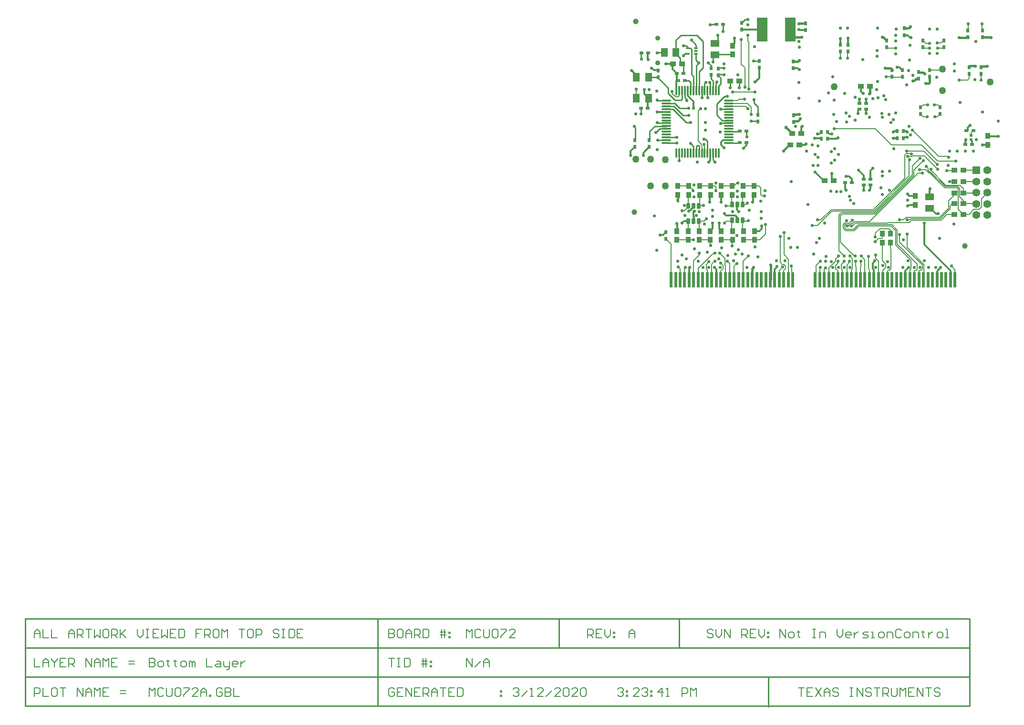
<source format=gbl>
G04*
G04 #@! TF.GenerationSoftware,Altium Limited,Altium Designer,18.1.9 (240)*
G04*
G04 Layer_Physical_Order=8*
G04 Layer_Color=16711680*
%FSAX44Y44*%
%MOMM*%
G71*
G01*
G75*
%ADD15C,0.2032*%
%ADD24C,0.2540*%
%ADD25R,0.9500X1.0000*%
%ADD38C,1.0000*%
G04:AMPARAMS|DCode=41|XSize=0.6mm|YSize=1mm|CornerRadius=0.051mm|HoleSize=0mm|Usage=FLASHONLY|Rotation=180.000|XOffset=0mm|YOffset=0mm|HoleType=Round|Shape=RoundedRectangle|*
%AMROUNDEDRECTD41*
21,1,0.6000,0.8980,0,0,180.0*
21,1,0.4980,1.0000,0,0,180.0*
1,1,0.1020,-0.2490,0.4490*
1,1,0.1020,0.2490,0.4490*
1,1,0.1020,0.2490,-0.4490*
1,1,0.1020,-0.2490,-0.4490*
%
%ADD41ROUNDEDRECTD41*%
%ADD43R,1.6002X1.2700*%
%ADD44R,0.6000X0.8000*%
%ADD45R,0.8000X0.6000*%
%ADD46R,1.0000X0.9500*%
%ADD48R,1.2700X1.6002*%
%ADD52R,0.5500X2.8000*%
%ADD77C,0.9000*%
%ADD78C,1.3900*%
G04:AMPARAMS|DCode=79|XSize=1.39mm|YSize=1.39mm|CornerRadius=0.0487mm|HoleSize=0mm|Usage=FLASHONLY|Rotation=270.000|XOffset=0mm|YOffset=0mm|HoleType=Round|Shape=RoundedRectangle|*
%AMROUNDEDRECTD79*
21,1,1.3900,1.2927,0,0,270.0*
21,1,1.2927,1.3900,0,0,270.0*
1,1,0.0973,-0.6464,-0.6464*
1,1,0.0973,-0.6464,0.6464*
1,1,0.0973,0.6464,0.6464*
1,1,0.0973,0.6464,-0.6464*
%
%ADD79ROUNDEDRECTD79*%
%ADD80C,0.1524*%
%ADD81C,0.3810*%
%ADD82C,0.3048*%
%ADD83C,0.1270*%
%ADD84C,1.2700*%
%ADD85C,0.5588*%
%ADD86O,0.3000X1.8000*%
%ADD87O,1.8000X0.3000*%
G04:AMPARAMS|DCode=88|XSize=0.3mm|YSize=0.67mm|CornerRadius=0.0495mm|HoleSize=0mm|Usage=FLASHONLY|Rotation=90.000|XOffset=0mm|YOffset=0mm|HoleType=Round|Shape=RoundedRectangle|*
%AMROUNDEDRECTD88*
21,1,0.3000,0.5710,0,0,90.0*
21,1,0.2010,0.6700,0,0,90.0*
1,1,0.0990,0.2855,0.1005*
1,1,0.0990,0.2855,-0.1005*
1,1,0.0990,-0.2855,-0.1005*
1,1,0.0990,-0.2855,0.1005*
%
%ADD88ROUNDEDRECTD88*%
%ADD89R,1.8500X4.3600*%
%ADD90R,1.2500X1.6000*%
G54D15*
X00322326Y00186814D02*
Y00171579D01*
X00329944D01*
X00332483Y00174118D01*
Y00176657D01*
X00329944Y00179196D01*
X00322326D01*
X00329944D01*
X00332483Y00181735D01*
Y00184275D01*
X00329944Y00186814D01*
X00322326D01*
X00340100Y00171579D02*
X00345179D01*
X00347718Y00174118D01*
Y00179196D01*
X00345179Y00181735D01*
X00340100D01*
X00337561Y00179196D01*
Y00174118D01*
X00340100Y00171579D01*
X00355335Y00184275D02*
Y00181735D01*
X00352796D01*
X00357874D01*
X00355335D01*
Y00174118D01*
X00357874Y00171579D01*
X00368031Y00184275D02*
Y00181735D01*
X00365492D01*
X00370570D01*
X00368031D01*
Y00174118D01*
X00370570Y00171579D01*
X00380727D02*
X00385806D01*
X00388345Y00174118D01*
Y00179196D01*
X00385806Y00181735D01*
X00380727D01*
X00378188Y00179196D01*
Y00174118D01*
X00380727Y00171579D01*
X00393423D02*
Y00181735D01*
X00395962D01*
X00398501Y00179196D01*
Y00171579D01*
Y00179196D01*
X00401040Y00181735D01*
X00403580Y00179196D01*
Y00171579D01*
X00423893Y00186814D02*
Y00171579D01*
X00434050D01*
X00441667Y00181735D02*
X00446746D01*
X00449285Y00179196D01*
Y00171579D01*
X00441667D01*
X00439128Y00174118D01*
X00441667Y00176657D01*
X00449285D01*
X00454363Y00181735D02*
Y00174118D01*
X00456903Y00171579D01*
X00464520D01*
Y00169039D01*
X00461981Y00166500D01*
X00459442D01*
X00464520Y00171579D02*
Y00181735D01*
X00477216Y00171579D02*
X00472137D01*
X00469598Y00174118D01*
Y00179196D01*
X00472137Y00181735D01*
X00477216D01*
X00479755Y00179196D01*
Y00176657D01*
X00469598D01*
X00484833Y00181735D02*
Y00171579D01*
Y00176657D01*
X00487373Y00179196D01*
X00489912Y00181735D01*
X00492451D01*
X01441196Y00223097D02*
Y00238332D01*
X01451353Y00223097D01*
Y00238332D01*
X01458970Y00223097D02*
X01464049D01*
X01466588Y00225636D01*
Y00230714D01*
X01464049Y00233253D01*
X01458970D01*
X01456431Y00230714D01*
Y00225636D01*
X01458970Y00223097D01*
X01474205Y00235793D02*
Y00233253D01*
X01471666D01*
X01476745D01*
X01474205D01*
Y00225636D01*
X01476745Y00223097D01*
X01499597Y00238332D02*
X01504675D01*
X01502136D01*
Y00223097D01*
X01499597D01*
X01504675D01*
X01512293D02*
Y00233253D01*
X01519910D01*
X01522450Y00230714D01*
Y00223097D01*
X01542763Y00238332D02*
Y00228175D01*
X01547841Y00223097D01*
X01552920Y00228175D01*
Y00238332D01*
X01565616Y00223097D02*
X01560537D01*
X01557998Y00225636D01*
Y00230714D01*
X01560537Y00233253D01*
X01565616D01*
X01568155Y00230714D01*
Y00228175D01*
X01557998D01*
X01573233Y00233253D02*
Y00223097D01*
Y00228175D01*
X01575773Y00230714D01*
X01578312Y00233253D01*
X01580851D01*
X01588468Y00223097D02*
X01596086D01*
X01598625Y00225636D01*
X01596086Y00228175D01*
X01591008D01*
X01588468Y00230714D01*
X01591008Y00233253D01*
X01598625D01*
X01603703Y00223097D02*
X01608782D01*
X01606243D01*
Y00233253D01*
X01603703D01*
X01618938Y00223097D02*
X01624017D01*
X01626556Y00225636D01*
Y00230714D01*
X01624017Y00233253D01*
X01618938D01*
X01616399Y00230714D01*
Y00225636D01*
X01618938Y00223097D01*
X01631634D02*
Y00233253D01*
X01639252D01*
X01641791Y00230714D01*
Y00223097D01*
X01657026Y00235793D02*
X01654487Y00238332D01*
X01649409D01*
X01646870Y00235793D01*
Y00225636D01*
X01649409Y00223097D01*
X01654487D01*
X01657026Y00225636D01*
X01664644Y00223097D02*
X01669722D01*
X01672261Y00225636D01*
Y00230714D01*
X01669722Y00233253D01*
X01664644D01*
X01662104Y00230714D01*
Y00225636D01*
X01664644Y00223097D01*
X01677340D02*
Y00233253D01*
X01684957D01*
X01687496Y00230714D01*
Y00223097D01*
X01695114Y00235793D02*
Y00233253D01*
X01692575D01*
X01697653D01*
X01695114D01*
Y00225636D01*
X01697653Y00223097D01*
X01705271Y00233253D02*
Y00223097D01*
Y00228175D01*
X01707810Y00230714D01*
X01710349Y00233253D01*
X01712888D01*
X01723045Y00223097D02*
X01728123D01*
X01730662Y00225636D01*
Y00230714D01*
X01728123Y00233253D01*
X01723045D01*
X01720506Y00230714D01*
Y00225636D01*
X01723045Y00223097D01*
X01735741D02*
X01740819D01*
X01738280D01*
Y00238332D01*
X01735741D01*
X01322829Y00235793D02*
X01320289Y00238332D01*
X01315211D01*
X01312672Y00235793D01*
Y00233253D01*
X01315211Y00230714D01*
X01320289D01*
X01322829Y00228175D01*
Y00225636D01*
X01320289Y00223097D01*
X01315211D01*
X01312672Y00225636D01*
X01327907Y00238332D02*
Y00228175D01*
X01332985Y00223097D01*
X01338064Y00228175D01*
Y00238332D01*
X01343142Y00223097D02*
Y00238332D01*
X01353299Y00223097D01*
Y00238332D01*
X01373612Y00223097D02*
Y00238332D01*
X01381230D01*
X01383769Y00235793D01*
Y00230714D01*
X01381230Y00228175D01*
X01373612D01*
X01378691D02*
X01383769Y00223097D01*
X01399004Y00238332D02*
X01388847D01*
Y00223097D01*
X01399004D01*
X01388847Y00230714D02*
X01393926D01*
X01404082Y00238332D02*
Y00228175D01*
X01409161Y00223097D01*
X01414239Y00228175D01*
Y00238332D01*
X01419317Y00233253D02*
X01421857D01*
Y00230714D01*
X01419317D01*
Y00233253D01*
Y00225636D02*
X01421857D01*
Y00223097D01*
X01419317D01*
Y00225636D01*
X01099820Y00223097D02*
Y00238332D01*
X01107438D01*
X01109977Y00235793D01*
Y00230714D01*
X01107438Y00228175D01*
X01099820D01*
X01104898D02*
X01109977Y00223097D01*
X01125212Y00238332D02*
X01115055D01*
Y00223097D01*
X01125212D01*
X01115055Y00230714D02*
X01120133D01*
X01130290Y00238332D02*
Y00228175D01*
X01135368Y00223097D01*
X01140447Y00228175D01*
Y00238332D01*
X01145525Y00233253D02*
X01148064D01*
Y00230714D01*
X01145525D01*
Y00233253D01*
Y00225636D02*
X01148064D01*
Y00223097D01*
X01145525D01*
Y00225636D01*
X00322326Y00119295D02*
Y00134530D01*
X00327404Y00129452D01*
X00332483Y00134530D01*
Y00119295D01*
X00347718Y00131991D02*
X00345179Y00134530D01*
X00340100D01*
X00337561Y00131991D01*
Y00121834D01*
X00340100Y00119295D01*
X00345179D01*
X00347718Y00121834D01*
X00352796Y00134530D02*
Y00121834D01*
X00355335Y00119295D01*
X00360414D01*
X00362953Y00121834D01*
Y00134530D01*
X00368031Y00131991D02*
X00370570Y00134530D01*
X00375649D01*
X00378188Y00131991D01*
Y00121834D01*
X00375649Y00119295D01*
X00370570D01*
X00368031Y00121834D01*
Y00131991D01*
X00383266Y00134530D02*
X00393423D01*
Y00131991D01*
X00383266Y00121834D01*
Y00119295D01*
X00408658D02*
X00398501D01*
X00408658Y00129452D01*
Y00131991D01*
X00406119Y00134530D01*
X00401040D01*
X00398501Y00131991D01*
X00413736Y00119295D02*
Y00129452D01*
X00418815Y00134530D01*
X00423893Y00129452D01*
Y00119295D01*
Y00126912D01*
X00413736D01*
X00428971Y00119295D02*
Y00121834D01*
X00431511D01*
Y00119295D01*
X00428971D01*
X00451824Y00131991D02*
X00449285Y00134530D01*
X00444207D01*
X00441667Y00131991D01*
Y00121834D01*
X00444207Y00119295D01*
X00449285D01*
X00451824Y00121834D01*
Y00126912D01*
X00446746D01*
X00456903Y00134530D02*
Y00119295D01*
X00464520D01*
X00467059Y00121834D01*
Y00124373D01*
X00464520Y00126912D01*
X00456903D01*
X00464520D01*
X00467059Y00129452D01*
Y00131991D01*
X00464520Y00134530D01*
X00456903D01*
X00472137D02*
Y00119295D01*
X00482294D01*
X00968121Y00131991D02*
X00970660Y00134530D01*
X00975739D01*
X00978278Y00131991D01*
Y00129452D01*
X00975739Y00126912D01*
X00973199D01*
X00975739D01*
X00978278Y00124373D01*
Y00121834D01*
X00975739Y00119295D01*
X00970660D01*
X00968121Y00121834D01*
X00983356Y00119295D02*
X00993513Y00129452D01*
X00998591Y00119295D02*
X01003670D01*
X01001130D01*
Y00134530D01*
X00998591Y00131991D01*
X01021444Y00119295D02*
X01011287D01*
X01021444Y00129452D01*
Y00131991D01*
X01018905Y00134530D01*
X01013826D01*
X01011287Y00131991D01*
X01026522Y00119295D02*
X01036679Y00129452D01*
X01051914Y00119295D02*
X01041757D01*
X01051914Y00129452D01*
Y00131991D01*
X01049375Y00134530D01*
X01044296D01*
X01041757Y00131991D01*
X01056992D02*
X01059531Y00134530D01*
X01064610D01*
X01067149Y00131991D01*
Y00121834D01*
X01064610Y00119295D01*
X01059531D01*
X01056992Y00121834D01*
Y00131991D01*
X01082384Y00119295D02*
X01072227D01*
X01082384Y00129452D01*
Y00131991D01*
X01079845Y00134530D01*
X01074766D01*
X01072227Y00131991D01*
X01087462D02*
X01090002Y00134530D01*
X01095080D01*
X01097619Y00131991D01*
Y00121834D01*
X01095080Y00119295D01*
X01090002D01*
X01087462Y00121834D01*
Y00131991D01*
X00757425D02*
X00754885Y00134530D01*
X00749807D01*
X00747268Y00131991D01*
Y00121834D01*
X00749807Y00119295D01*
X00754885D01*
X00757425Y00121834D01*
Y00126912D01*
X00752346D01*
X00772660Y00134530D02*
X00762503D01*
Y00119295D01*
X00772660D01*
X00762503Y00126912D02*
X00767581D01*
X00777738Y00119295D02*
Y00134530D01*
X00787895Y00119295D01*
Y00134530D01*
X00803130D02*
X00792973D01*
Y00119295D01*
X00803130D01*
X00792973Y00126912D02*
X00798052D01*
X00808208Y00119295D02*
Y00134530D01*
X00815826D01*
X00818365Y00131991D01*
Y00126912D01*
X00815826Y00124373D01*
X00808208D01*
X00813287D02*
X00818365Y00119295D01*
X00823443D02*
Y00129452D01*
X00828522Y00134530D01*
X00833600Y00129452D01*
Y00119295D01*
Y00126912D01*
X00823443D01*
X00838678Y00134530D02*
X00848835D01*
X00843757D01*
Y00119295D01*
X00864070Y00134530D02*
X00853913D01*
Y00119295D01*
X00864070D01*
X00853913Y00126912D02*
X00858992D01*
X00869149Y00134530D02*
Y00119295D01*
X00876766D01*
X00879305Y00121834D01*
Y00131991D01*
X00876766Y00134530D01*
X00869149D01*
X00945324Y00129452D02*
X00947863D01*
Y00126912D01*
X00945324D01*
Y00129452D01*
Y00121834D02*
X00947863D01*
Y00119295D01*
X00945324D01*
Y00121834D01*
X00117729Y00223097D02*
Y00233253D01*
X00122807Y00238332D01*
X00127886Y00233253D01*
Y00223097D01*
Y00230714D01*
X00117729D01*
X00132964Y00238332D02*
Y00223097D01*
X00143121D01*
X00148199Y00238332D02*
Y00223097D01*
X00158356D01*
X00178669D02*
Y00233253D01*
X00183748Y00238332D01*
X00188826Y00233253D01*
Y00223097D01*
Y00230714D01*
X00178669D01*
X00193904Y00223097D02*
Y00238332D01*
X00201522D01*
X00204061Y00235793D01*
Y00230714D01*
X00201522Y00228175D01*
X00193904D01*
X00198983D02*
X00204061Y00223097D01*
X00209139Y00238332D02*
X00219296D01*
X00214218D01*
Y00223097D01*
X00224375Y00238332D02*
Y00223097D01*
X00229453Y00228175D01*
X00234531Y00223097D01*
Y00238332D01*
X00247227D02*
X00242149D01*
X00239610Y00235793D01*
Y00225636D01*
X00242149Y00223097D01*
X00247227D01*
X00249766Y00225636D01*
Y00235793D01*
X00247227Y00238332D01*
X00254845Y00223097D02*
Y00238332D01*
X00262462D01*
X00265001Y00235793D01*
Y00230714D01*
X00262462Y00228175D01*
X00254845D01*
X00259923D02*
X00265001Y00223097D01*
X00270080Y00238332D02*
Y00223097D01*
Y00228175D01*
X00280236Y00238332D01*
X00272619Y00230714D01*
X00280236Y00223097D01*
X00300550Y00238332D02*
Y00228175D01*
X00305628Y00223097D01*
X00310707Y00228175D01*
Y00238332D01*
X00315785D02*
X00320863D01*
X00318324D01*
Y00223097D01*
X00315785D01*
X00320863D01*
X00338638Y00238332D02*
X00328481D01*
Y00223097D01*
X00338638D01*
X00328481Y00230714D02*
X00333559D01*
X00343716Y00238332D02*
Y00223097D01*
X00348794Y00228175D01*
X00353873Y00223097D01*
Y00238332D01*
X00369108D02*
X00358951D01*
Y00223097D01*
X00369108D01*
X00358951Y00230714D02*
X00364029D01*
X00374186Y00238332D02*
Y00223097D01*
X00381804D01*
X00384343Y00225636D01*
Y00235793D01*
X00381804Y00238332D01*
X00374186D01*
X00414813D02*
X00404656D01*
Y00230714D01*
X00409734D01*
X00404656D01*
Y00223097D01*
X00419891D02*
Y00238332D01*
X00427509D01*
X00430048Y00235793D01*
Y00230714D01*
X00427509Y00228175D01*
X00419891D01*
X00424970D02*
X00430048Y00223097D01*
X00442744Y00238332D02*
X00437665D01*
X00435126Y00235793D01*
Y00225636D01*
X00437665Y00223097D01*
X00442744D01*
X00445283Y00225636D01*
Y00235793D01*
X00442744Y00238332D01*
X00450361Y00223097D02*
Y00238332D01*
X00455440Y00233253D01*
X00460518Y00238332D01*
Y00223097D01*
X00480832Y00238332D02*
X00490988D01*
X00485910D01*
Y00223097D01*
X00503684Y00238332D02*
X00498606D01*
X00496067Y00235793D01*
Y00225636D01*
X00498606Y00223097D01*
X00503684D01*
X00506223Y00225636D01*
Y00235793D01*
X00503684Y00238332D01*
X00511302Y00223097D02*
Y00238332D01*
X00518919D01*
X00521458Y00235793D01*
Y00230714D01*
X00518919Y00228175D01*
X00511302D01*
X00551929Y00235793D02*
X00549389Y00238332D01*
X00544311D01*
X00541772Y00235793D01*
Y00233253D01*
X00544311Y00230714D01*
X00549389D01*
X00551929Y00228175D01*
Y00225636D01*
X00549389Y00223097D01*
X00544311D01*
X00541772Y00225636D01*
X00557007Y00238332D02*
X00562085D01*
X00559546D01*
Y00223097D01*
X00557007D01*
X00562085D01*
X00569703Y00238332D02*
Y00223097D01*
X00577320D01*
X00579860Y00225636D01*
Y00235793D01*
X00577320Y00238332D01*
X00569703D01*
X00595095D02*
X00584938D01*
Y00223097D01*
X00595095D01*
X00584938Y00230714D02*
X00590016D01*
X01173861Y00223097D02*
Y00233253D01*
X01178939Y00238332D01*
X01184018Y00233253D01*
Y00223097D01*
Y00230714D01*
X01173861D01*
X00885317Y00223097D02*
Y00238332D01*
X00890395Y00233253D01*
X00895474Y00238332D01*
Y00223097D01*
X00910709Y00235793D02*
X00908170Y00238332D01*
X00903091D01*
X00900552Y00235793D01*
Y00225636D01*
X00903091Y00223097D01*
X00908170D01*
X00910709Y00225636D01*
X00915787Y00238332D02*
Y00225636D01*
X00918326Y00223097D01*
X00923405D01*
X00925944Y00225636D01*
Y00238332D01*
X00931022Y00235793D02*
X00933561Y00238332D01*
X00938640D01*
X00941179Y00235793D01*
Y00225636D01*
X00938640Y00223097D01*
X00933561D01*
X00931022Y00225636D01*
Y00235793D01*
X00946257Y00238332D02*
X00956414D01*
Y00235793D01*
X00946257Y00225636D01*
Y00223097D01*
X00971649D02*
X00961492D01*
X00971649Y00233253D01*
Y00235793D01*
X00969110Y00238332D01*
X00964032D01*
X00961492Y00235793D01*
X00746760Y00238332D02*
Y00223097D01*
X00754378D01*
X00756917Y00225636D01*
Y00228175D01*
X00754378Y00230714D01*
X00746760D01*
X00754378D01*
X00756917Y00233253D01*
Y00235793D01*
X00754378Y00238332D01*
X00746760D01*
X00769613D02*
X00764534D01*
X00761995Y00235793D01*
Y00225636D01*
X00764534Y00223097D01*
X00769613D01*
X00772152Y00225636D01*
Y00235793D01*
X00769613Y00238332D01*
X00777230Y00223097D02*
Y00233253D01*
X00782309Y00238332D01*
X00787387Y00233253D01*
Y00223097D01*
Y00230714D01*
X00777230D01*
X00792465Y00223097D02*
Y00238332D01*
X00800083D01*
X00802622Y00235793D01*
Y00230714D01*
X00800083Y00228175D01*
X00792465D01*
X00797544D02*
X00802622Y00223097D01*
X00807700Y00238332D02*
Y00223097D01*
X00815318D01*
X00817857Y00225636D01*
Y00235793D01*
X00815318Y00238332D01*
X00807700D01*
X00840710Y00223097D02*
Y00238332D01*
X00845788D02*
Y00223097D01*
X00838170Y00233253D02*
X00845788D01*
X00848327D01*
X00838170Y00228175D02*
X00848327D01*
X00853406Y00233253D02*
X00855945D01*
Y00230714D01*
X00853406D01*
Y00233253D01*
Y00225636D02*
X00855945D01*
Y00223097D01*
X00853406D01*
Y00225636D01*
X00117729Y00186814D02*
Y00171579D01*
X00127886D01*
X00132964D02*
Y00181735D01*
X00138042Y00186814D01*
X00143121Y00181735D01*
Y00171579D01*
Y00179196D01*
X00132964D01*
X00148199Y00186814D02*
Y00184275D01*
X00153278Y00179196D01*
X00158356Y00184275D01*
Y00186814D01*
X00153278Y00179196D02*
Y00171579D01*
X00173591Y00186814D02*
X00163434D01*
Y00171579D01*
X00173591D01*
X00163434Y00179196D02*
X00168513D01*
X00178669Y00171579D02*
Y00186814D01*
X00186287D01*
X00188826Y00184275D01*
Y00179196D01*
X00186287Y00176657D01*
X00178669D01*
X00183748D02*
X00188826Y00171579D01*
X00209139D02*
Y00186814D01*
X00219296Y00171579D01*
Y00186814D01*
X00224375Y00171579D02*
Y00181735D01*
X00229453Y00186814D01*
X00234531Y00181735D01*
Y00171579D01*
Y00179196D01*
X00224375D01*
X00239610Y00171579D02*
Y00186814D01*
X00244688Y00181735D01*
X00249766Y00186814D01*
Y00171579D01*
X00265001Y00186814D02*
X00254845D01*
Y00171579D01*
X00265001D01*
X00254845Y00179196D02*
X00259923D01*
X00285315Y00176657D02*
X00295471D01*
X00285315Y00181735D02*
X00295471D01*
X00117729Y00119295D02*
Y00134530D01*
X00125346D01*
X00127886Y00131991D01*
Y00126912D01*
X00125346Y00124373D01*
X00117729D01*
X00132964Y00134530D02*
Y00119295D01*
X00143121D01*
X00155817Y00134530D02*
X00150738D01*
X00148199Y00131991D01*
Y00121834D01*
X00150738Y00119295D01*
X00155817D01*
X00158356Y00121834D01*
Y00131991D01*
X00155817Y00134530D01*
X00163434D02*
X00173591D01*
X00168513D01*
Y00119295D01*
X00193904D02*
Y00134530D01*
X00204061Y00119295D01*
Y00134530D01*
X00209139Y00119295D02*
Y00129452D01*
X00214218Y00134530D01*
X00219296Y00129452D01*
Y00119295D01*
Y00126912D01*
X00209139D01*
X00224375Y00119295D02*
Y00134530D01*
X00229453Y00129452D01*
X00234531Y00134530D01*
Y00119295D01*
X00249766Y00134530D02*
X00239610D01*
Y00119295D01*
X00249766D01*
X00239610Y00126912D02*
X00244688D01*
X00270080Y00124373D02*
X00280236D01*
X00270080Y00129452D02*
X00280236D01*
X01153287Y00131991D02*
X01155826Y00134530D01*
X01160904D01*
X01163444Y00131991D01*
Y00129452D01*
X01160904Y00126912D01*
X01158365D01*
X01160904D01*
X01163444Y00124373D01*
Y00121834D01*
X01160904Y00119295D01*
X01155826D01*
X01153287Y00121834D01*
X01168522Y00129452D02*
X01171061D01*
Y00126912D01*
X01168522D01*
Y00129452D01*
Y00121834D02*
X01171061D01*
Y00119295D01*
X01168522D01*
Y00121834D01*
X01191375Y00119295D02*
X01181218D01*
X01191375Y00129452D01*
Y00131991D01*
X01188836Y00134530D01*
X01183757D01*
X01181218Y00131991D01*
X01196453D02*
X01198992Y00134530D01*
X01204071D01*
X01206610Y00131991D01*
Y00129452D01*
X01204071Y00126912D01*
X01201531D01*
X01204071D01*
X01206610Y00124373D01*
Y00121834D01*
X01204071Y00119295D01*
X01198992D01*
X01196453Y00121834D01*
X01211688Y00129452D02*
X01214227D01*
Y00126912D01*
X01211688D01*
Y00129452D01*
Y00121834D02*
X01214227D01*
Y00119295D01*
X01211688D01*
Y00121834D01*
X01232001Y00119295D02*
Y00134530D01*
X01224384Y00126912D01*
X01234541D01*
X01239619Y00119295D02*
X01244697D01*
X01242158D01*
Y00134530D01*
X01239619Y00131991D01*
X01267550Y00119295D02*
Y00134530D01*
X01275168D01*
X01277707Y00131991D01*
Y00126912D01*
X01275168Y00124373D01*
X01267550D01*
X01282785Y00119295D02*
Y00134530D01*
X01287863Y00129452D01*
X01292942Y00134530D01*
Y00119295D01*
X01474470Y00134530D02*
X01484627D01*
X01479548D01*
Y00119295D01*
X01499862Y00134530D02*
X01489705D01*
Y00119295D01*
X01499862D01*
X01489705Y00126912D02*
X01494783D01*
X01504940Y00134530D02*
X01515097Y00119295D01*
Y00134530D02*
X01504940Y00119295D01*
X01520175D02*
Y00129452D01*
X01525254Y00134530D01*
X01530332Y00129452D01*
Y00119295D01*
Y00126912D01*
X01520175D01*
X01545567Y00131991D02*
X01543028Y00134530D01*
X01537950D01*
X01535410Y00131991D01*
Y00129452D01*
X01537950Y00126912D01*
X01543028D01*
X01545567Y00124373D01*
Y00121834D01*
X01543028Y00119295D01*
X01537950D01*
X01535410Y00121834D01*
X01565880Y00134530D02*
X01570959D01*
X01568420D01*
Y00119295D01*
X01565880D01*
X01570959D01*
X01578576D02*
Y00134530D01*
X01588733Y00119295D01*
Y00134530D01*
X01603968Y00131991D02*
X01601429Y00134530D01*
X01596351D01*
X01593811Y00131991D01*
Y00129452D01*
X01596351Y00126912D01*
X01601429D01*
X01603968Y00124373D01*
Y00121834D01*
X01601429Y00119295D01*
X01596351D01*
X01593811Y00121834D01*
X01609046Y00134530D02*
X01619203D01*
X01614125D01*
Y00119295D01*
X01624281D02*
Y00134530D01*
X01631899D01*
X01634438Y00131991D01*
Y00126912D01*
X01631899Y00124373D01*
X01624281D01*
X01629360D02*
X01634438Y00119295D01*
X01639517Y00134530D02*
Y00121834D01*
X01642056Y00119295D01*
X01647134D01*
X01649673Y00121834D01*
Y00134530D01*
X01654752Y00119295D02*
Y00134530D01*
X01659830Y00129452D01*
X01664908Y00134530D01*
Y00119295D01*
X01680143Y00134530D02*
X01669987D01*
Y00119295D01*
X01680143D01*
X01669987Y00126912D02*
X01675065D01*
X01685222Y00119295D02*
Y00134530D01*
X01695379Y00119295D01*
Y00134530D01*
X01700457D02*
X01710614D01*
X01705535D01*
Y00119295D01*
X01725849Y00131991D02*
X01723309Y00134530D01*
X01718231D01*
X01715692Y00131991D01*
Y00129452D01*
X01718231Y00126912D01*
X01723309D01*
X01725849Y00124373D01*
Y00121834D01*
X01723309Y00119295D01*
X01718231D01*
X01715692Y00121834D01*
X00746760Y00186685D02*
X00756917D01*
X00751838D01*
Y00171450D01*
X00761995Y00186685D02*
X00767073D01*
X00764534D01*
Y00171450D01*
X00761995D01*
X00767073D01*
X00774691Y00186685D02*
Y00171450D01*
X00782309D01*
X00784848Y00173989D01*
Y00184146D01*
X00782309Y00186685D01*
X00774691D01*
X00807700Y00171450D02*
Y00186685D01*
X00812779D02*
Y00171450D01*
X00805161Y00181607D02*
X00812779D01*
X00815318D01*
X00805161Y00176528D02*
X00815318D01*
X00820396Y00181607D02*
X00822935D01*
Y00179067D01*
X00820396D01*
Y00181607D01*
Y00173989D02*
X00822935D01*
Y00171450D01*
X00820396D01*
Y00173989D01*
X00885317Y00171450D02*
Y00186685D01*
X00895474Y00171450D01*
Y00186685D01*
X00900552Y00171450D02*
X00910709Y00181607D01*
X00915787Y00171450D02*
Y00181607D01*
X00920865Y00186685D01*
X00925944Y00181607D01*
Y00171450D01*
Y00179067D01*
X00915787D01*
G54D24*
X01385037Y01320952D02*
X01385449D01*
X01373861Y01315268D02*
X01379545Y01320952D01*
X01385037D01*
X01322930Y01071655D02*
X01325855Y01068730D01*
X01322930Y01071655D02*
Y01084062D01*
X01319300Y01222800D02*
Y01223472D01*
Y01222800D02*
X01319505Y01223004D01*
X01319251Y01222750D02*
X01319300Y01222800D01*
X01322930Y01195062D02*
Y01212371D01*
X01319251Y01216050D02*
X01322930Y01212371D01*
X01319251Y01216050D02*
Y01222750D01*
X01336070Y01137062D02*
X01350930D01*
X01325855Y01067460D02*
Y01068730D01*
X01262930Y01070293D02*
Y01084062D01*
X01287930Y01195062D02*
Y01220193D01*
X01284734Y01223389D02*
X01287930Y01220193D01*
X01284734Y01223389D02*
Y01268191D01*
X01223827Y01177870D02*
Y01178555D01*
X01239930Y01102062D02*
X01258233D01*
X01258291Y01102004D01*
X01240082Y01111910D02*
X01258291D01*
X01239930Y01112062D02*
X01240082Y01111910D01*
X01280135Y01163726D02*
X01280897Y01162964D01*
X01224199Y01218392D02*
X01243559Y01199032D01*
X01332000Y01221978D02*
Y01223472D01*
X01195190Y01153712D02*
Y01164702D01*
X01239930Y01172062D02*
X01255035D01*
X01263625Y01163472D01*
X01254481Y01172616D02*
X01255035Y01172062D01*
X01263625Y01163472D02*
X01279881D01*
X01272930Y01182361D02*
X01276071Y01179220D01*
Y01177442D02*
Y01179220D01*
X01194791Y01153312D02*
X01195190Y01153712D01*
X01312930Y01084062D02*
Y01105023D01*
X01309091Y01108862D02*
X01312930Y01105023D01*
X01306551Y01108862D02*
X01309091D01*
X01350930Y01102062D02*
X01370040D01*
X01390629Y01140870D02*
X01402306D01*
X01390371Y01140612D02*
X01390629Y01140870D01*
X01318719Y01312801D02*
X01328864D01*
X01317981Y01312062D02*
X01318719Y01312801D01*
X01332000Y01223472D02*
X01341801D01*
X01342111Y01223162D01*
X01243559Y01190027D02*
Y01199032D01*
X01208750Y01218392D02*
X01224199D01*
X01272930Y01182361D02*
Y01195062D01*
X01243559Y01190027D02*
X01255359Y01178227D01*
X01327930Y01195062D02*
Y01208728D01*
X01329665Y01210462D01*
X01224530Y01107063D02*
X01239930D01*
X01239924Y01137056D02*
X01239930Y01137062D01*
X01225430Y01137056D02*
X01239924D01*
X01223998Y01138488D02*
X01225430Y01137056D01*
X01224635Y01177062D02*
X01239930D01*
X01223827Y01177870D02*
X01224635Y01177062D01*
X01336722Y01207171D02*
Y01217256D01*
X01332930Y01203379D02*
X01336722Y01207171D01*
X01332000Y01221978D02*
X01336722Y01217256D01*
X01332930Y01195062D02*
Y01203379D01*
X01223565Y01178292D02*
X01223827Y01178555D01*
X01184680Y01107202D02*
Y01128761D01*
X01255359Y01178227D02*
X01266002D01*
X01267930Y01180155D01*
X01208381Y01218762D02*
X01208750Y01218392D01*
X01284620Y01284525D02*
X01292510Y01276635D01*
Y01270033D02*
Y01276635D01*
X01257070Y01262492D02*
Y01284702D01*
X01265741Y01293372D01*
X01293832D01*
X01305157Y01282047D01*
Y01236079D02*
Y01282047D01*
X01297930Y01228852D02*
X01305157Y01236079D01*
X01297930Y01195062D02*
Y01228852D01*
X01394940Y01247454D02*
X01395098Y01247612D01*
X01404592D01*
X01270156Y01274562D02*
X01275699D01*
X01277510Y01272751D01*
Y01270033D02*
Y01272751D01*
X01322664Y01246205D02*
Y01257762D01*
X01323697Y01258795D01*
X01326253D01*
X01326472Y01259015D01*
X01357488D01*
X01223744Y01262186D02*
X01224050Y01262492D01*
X01236750D01*
X01195190Y01251716D02*
Y01261222D01*
X01270690Y01225662D02*
Y01239092D01*
X01267610Y01242172D02*
X01270690Y01239092D01*
X01264349Y01245433D02*
X01267610Y01242172D01*
X01264349Y01245433D02*
Y01252955D01*
X01257070Y01260234D02*
X01264349Y01252955D01*
X01257070Y01260234D02*
Y01262492D01*
X01316659Y01209076D02*
X01317930Y01207804D01*
Y01195062D02*
Y01207804D01*
X01353667Y01199768D02*
X01353783Y01199652D01*
X01353667Y01199768D02*
Y01210116D01*
X01314443Y01244508D02*
X01319300Y01239650D01*
Y01235472D02*
Y01239650D01*
X01277510Y01270033D02*
X01282892D01*
X01284734Y01268191D01*
X01292510Y01249046D02*
X01297658Y01243898D01*
X01292510Y01249046D02*
Y01260033D01*
X01292930Y01239170D02*
X01297658Y01243898D01*
X01292930Y01195062D02*
Y01239170D01*
X01210080Y01105932D02*
Y01122792D01*
X01219172Y01131884D01*
X01239753D02*
X01239930Y01132062D01*
X01219172Y01131884D02*
X01239753D01*
X01221458Y01120454D02*
X01228066Y01127063D01*
X01239930D01*
X01369666Y01199828D02*
Y01210116D01*
X01302930Y01182454D02*
Y01195062D01*
X01307930Y01207434D02*
X01309850Y01209354D01*
X01307930Y01195062D02*
Y01207434D01*
X01282930Y01195062D02*
Y01209351D01*
X01279319Y01212962D02*
X01282930Y01209351D01*
X01270690Y01212962D02*
X01279319D01*
X01402306Y01152870D02*
Y01166676D01*
X01395950Y01173033D02*
X01402306Y01166676D01*
X01395950Y01173033D02*
Y01178932D01*
X01342782Y01184530D02*
X01348361D01*
X01329240Y01170989D02*
X01342782Y01184530D01*
X01312930Y01182855D02*
Y01195062D01*
X01267930Y01180155D02*
Y01195062D01*
X01275429Y01137980D02*
X01282672D01*
X01269844Y01150934D02*
X01279878D01*
X01251348Y01162062D02*
X01275429Y01137980D01*
X01239930Y01162062D02*
X01251348D01*
X01253716Y01167062D02*
X01269844Y01150934D01*
X01239930Y01167062D02*
X01253716D01*
X01329240Y01152119D02*
Y01170989D01*
Y01152119D02*
X01339297Y01142062D01*
X01350930D01*
X01336070Y01162062D02*
X01350930D01*
X01331440Y01284303D02*
Y01293428D01*
X01326253Y01279116D02*
X01331440Y01284303D01*
X01340864Y01300460D02*
Y01312801D01*
X01332000Y01235472D02*
X01339993D01*
X01283007Y01100800D02*
X01287930Y01095877D01*
Y01084062D02*
Y01095877D01*
X01382450Y01114149D02*
Y01121522D01*
X01350930Y01122062D02*
X01369910D01*
X01292930Y01084062D02*
Y01095992D01*
X01294491Y01097552D01*
X01296183D01*
X01297930Y01095805D01*
Y01084062D02*
Y01095805D01*
X01224001Y01107592D02*
X01224530Y01107063D01*
X01262888Y00205020D02*
Y00256667D01*
X01049528Y00205020D02*
Y00256667D01*
X00101600Y00205020D02*
X01778508D01*
X00101600Y00153374D02*
X01778000D01*
X00101600Y00101727D02*
X01118870D01*
X00101727Y00256667D02*
X01778508D01*
X00101727Y00101727D02*
Y00256667D01*
Y00101727D02*
X00501904D01*
X00101600D02*
Y00256667D01*
X00727710Y00101727D02*
Y00256667D01*
X01778508Y00101727D02*
Y00256667D01*
X01118870Y00101727D02*
X01778508D01*
X01420876Y00100076D02*
Y00151596D01*
G54D25*
X01810487Y01098262D02*
D03*
Y01114262D02*
D03*
X01396450Y00929666D02*
D03*
Y00945666D02*
D03*
X01395705Y01025422D02*
D03*
Y01009422D02*
D03*
X01337449Y00929666D02*
D03*
Y00945666D02*
D03*
X01317782Y00929666D02*
D03*
Y00945666D02*
D03*
X01258782Y00929666D02*
D03*
Y00945666D02*
D03*
X01337575Y01025422D02*
D03*
Y01009422D02*
D03*
X01318198D02*
D03*
Y01025422D02*
D03*
X01260069Y01009422D02*
D03*
Y01025422D02*
D03*
X01278449Y00945666D02*
D03*
Y00929666D02*
D03*
X01298116D02*
D03*
Y00945666D02*
D03*
X01356951Y01025422D02*
D03*
Y01009422D02*
D03*
X01681734Y01008252D02*
D03*
Y00992252D02*
D03*
X01357488Y01259015D02*
D03*
Y01275015D02*
D03*
X01376328Y01009422D02*
D03*
Y01025422D02*
D03*
X01357116Y00929666D02*
D03*
Y00945666D02*
D03*
X01376783D02*
D03*
Y00929666D02*
D03*
X01279445Y01009422D02*
D03*
Y01025422D02*
D03*
X01298822Y01009422D02*
D03*
Y01025422D02*
D03*
X01623797Y00924840D02*
D03*
Y00940840D02*
D03*
X01637513Y00924840D02*
D03*
Y00940840D02*
D03*
G54D38*
X01185418Y01317752D02*
D03*
X01769593Y00918616D02*
D03*
X01183361Y00978814D02*
D03*
G54D41*
X01375487Y00992310D02*
D03*
X01365987D02*
D03*
X01356487D02*
D03*
Y00964810D02*
D03*
X01365987D02*
D03*
X01375487D02*
D03*
X01278763Y00963032D02*
D03*
X01288263D02*
D03*
X01297763D02*
D03*
Y00990532D02*
D03*
X01288263D02*
D03*
X01278763D02*
D03*
G54D43*
X01707134Y01006602D02*
D03*
Y00986282D02*
D03*
X01326253Y01279116D02*
D03*
Y01258795D02*
D03*
G54D44*
X01732255Y01284026D02*
D03*
Y01272026D02*
D03*
X01465301Y01234592D02*
D03*
Y01246592D02*
D03*
X01800835Y01290060D02*
D03*
Y01302060D02*
D03*
X01777721Y01236528D02*
D03*
Y01224528D02*
D03*
X01239370Y00943578D02*
D03*
Y00931578D02*
D03*
X01660367Y01110736D02*
D03*
Y01122736D02*
D03*
X01515339Y01121720D02*
D03*
Y01109720D02*
D03*
X01525753Y01121720D02*
D03*
Y01109720D02*
D03*
X01649959Y01122736D02*
D03*
Y01110736D02*
D03*
X01225271Y01218432D02*
D03*
Y01230432D02*
D03*
X01373861Y01315268D02*
D03*
Y01303268D02*
D03*
X01486891Y01302252D02*
D03*
Y01314252D02*
D03*
X01725905Y01153154D02*
D03*
Y01165154D02*
D03*
X01404592Y01247612D02*
D03*
Y01235612D02*
D03*
X01691361Y01165154D02*
D03*
Y01153154D02*
D03*
X01465809Y01139438D02*
D03*
Y01151438D02*
D03*
X01402563Y01140200D02*
D03*
Y01152200D02*
D03*
X01662151Y01293616D02*
D03*
Y01305616D02*
D03*
X01659103Y01219702D02*
D03*
Y01231702D02*
D03*
X01687957Y01227918D02*
D03*
Y01215918D02*
D03*
X01798295Y01236528D02*
D03*
Y01224528D02*
D03*
X01184377Y01095242D02*
D03*
Y01107242D02*
D03*
X01209777Y01094734D02*
D03*
Y01106734D02*
D03*
X01319505Y01235004D02*
D03*
Y01223004D02*
D03*
X01548638Y01276254D02*
D03*
Y01264254D02*
D03*
X01562608Y01276254D02*
D03*
Y01264254D02*
D03*
X01331951Y01234242D02*
D03*
Y01222242D02*
D03*
X01630909Y01284026D02*
D03*
Y01272026D02*
D03*
X01707617Y01219448D02*
D03*
Y01231448D02*
D03*
X01640561Y01231702D02*
D03*
Y01219702D02*
D03*
X01775181Y01302060D02*
D03*
Y01290060D02*
D03*
X01695171Y01272026D02*
D03*
Y01284026D02*
D03*
G54D45*
X01770451Y01099659D02*
D03*
X01782451D02*
D03*
X01582999Y01172108D02*
D03*
X01594999D02*
D03*
X01602365Y01037488D02*
D03*
X01590365D02*
D03*
X01195141Y01163472D02*
D03*
X01207141D02*
D03*
X01602365Y01027074D02*
D03*
X01590365D02*
D03*
X01270690Y01225662D02*
D03*
X01258690D02*
D03*
X01594999Y01161694D02*
D03*
X01582999D02*
D03*
X01569091Y01031900D02*
D03*
X01557091D02*
D03*
X01328864Y01312801D02*
D03*
X01340864D02*
D03*
X01382401Y01122832D02*
D03*
X01370401D02*
D03*
X01382450Y01102472D02*
D03*
X01370450D02*
D03*
X01195395Y01261516D02*
D03*
X01207395D02*
D03*
X01261181Y01212962D02*
D03*
X01273181D02*
D03*
X01784737Y01123858D02*
D03*
X01772737D02*
D03*
G54D46*
X01751433Y00975258D02*
D03*
X01767433D02*
D03*
X01537180Y01034948D02*
D03*
X01521181D02*
D03*
X01751433Y01053744D02*
D03*
X01767433D02*
D03*
X01751433Y01033424D02*
D03*
X01767433D02*
D03*
X01751433Y01013104D02*
D03*
X01767433D02*
D03*
X01751433Y00994054D02*
D03*
X01767433D02*
D03*
X01369161Y01211732D02*
D03*
X01353161D02*
D03*
X01463651Y01119022D02*
D03*
X01479651D02*
D03*
X01459841Y01098702D02*
D03*
X01475841D02*
D03*
X01267610Y01242172D02*
D03*
X01251610D02*
D03*
X01585571Y01202842D02*
D03*
X01601571D02*
D03*
G54D48*
X01236750Y01262492D02*
D03*
X01257070D02*
D03*
G54D52*
X01248400Y00858756D02*
D03*
X01256400D02*
D03*
X01264400D02*
D03*
X01272400D02*
D03*
X01280400D02*
D03*
X01288400D02*
D03*
X01296400D02*
D03*
X01304400D02*
D03*
X01312400D02*
D03*
X01320400D02*
D03*
X01328400D02*
D03*
X01336400D02*
D03*
X01344400D02*
D03*
X01352400D02*
D03*
X01360400D02*
D03*
X01368400D02*
D03*
X01376400D02*
D03*
X01384400D02*
D03*
X01392400D02*
D03*
X01400400D02*
D03*
X01408400D02*
D03*
X01416400D02*
D03*
X01424400D02*
D03*
X01432400D02*
D03*
X01440400D02*
D03*
X01448400D02*
D03*
X01456400D02*
D03*
X01464400D02*
D03*
X01504400D02*
D03*
X01512400D02*
D03*
X01520400D02*
D03*
X01528400D02*
D03*
X01536400D02*
D03*
X01544400D02*
D03*
X01552400D02*
D03*
X01560400D02*
D03*
X01568400D02*
D03*
X01576400D02*
D03*
X01584400D02*
D03*
X01592400D02*
D03*
X01600400D02*
D03*
X01608400D02*
D03*
X01616400D02*
D03*
X01624400D02*
D03*
X01632400D02*
D03*
X01640400D02*
D03*
X01648400D02*
D03*
X01656400D02*
D03*
X01664400D02*
D03*
X01672400D02*
D03*
X01680400D02*
D03*
X01688400D02*
D03*
X01696400D02*
D03*
X01704400D02*
D03*
X01712400D02*
D03*
X01720400D02*
D03*
X01728400D02*
D03*
X01736400D02*
D03*
X01744400D02*
D03*
X01752400D02*
D03*
G54D77*
X01224636Y01244562D02*
D03*
Y01288562D02*
D03*
G54D78*
X01809913Y00973734D02*
D03*
Y00993734D02*
D03*
Y01013734D02*
D03*
Y01033734D02*
D03*
Y01053734D02*
D03*
X01789913Y00973734D02*
D03*
Y00993734D02*
D03*
Y01013734D02*
D03*
Y01033734D02*
D03*
G54D79*
Y01053734D02*
D03*
G54D80*
X01451331Y00878738D02*
Y00883680D01*
X01448652Y00886358D02*
X01451331Y00883680D01*
X01445997Y00886358D02*
X01448652D01*
X01442441Y00889914D02*
X01445997Y00886358D01*
X01442441Y00889914D02*
Y00935634D01*
X01462761Y00860396D02*
Y00882294D01*
X01461745Y00883310D02*
X01462761Y00882294D01*
X01745971Y00883056D02*
X01752400Y00876627D01*
X01738097Y01052982D02*
X01752703D01*
X01505941Y00883963D02*
X01513670Y00891692D01*
X01505941Y00860297D02*
Y00883963D01*
X01288400Y00858756D02*
Y00892846D01*
X01343889Y00884072D02*
Y00897317D01*
Y00884072D02*
X01344400Y00883561D01*
X01340732Y00900473D02*
X01343889Y00897317D01*
X01340333Y00878623D02*
Y00885342D01*
X01336777Y00888898D02*
X01340333Y00885342D01*
X01374369Y00991768D02*
X01374746Y00991391D01*
X01376139Y00992784D01*
X01374902Y00992302D02*
Y01007288D01*
X01239370Y00931578D02*
X01248400Y00922548D01*
Y00858756D02*
Y00922548D01*
X01260831Y00881786D02*
X01264400Y00878217D01*
Y00858756D02*
Y00878217D01*
X01272400Y00879640D02*
X01273670Y00880910D01*
X01272400Y00858756D02*
Y00879640D01*
X01296400Y00878864D02*
X01322945Y00905408D01*
X01296400Y00858756D02*
Y00878864D01*
X01310869Y00878623D02*
X01312400Y00877091D01*
Y00858756D02*
Y00877091D01*
X01320400Y00886746D02*
X01325855Y00892200D01*
X01320400Y00858756D02*
Y00886746D01*
X01336400Y00874690D02*
X01340333Y00878623D01*
X01336400Y00858756D02*
Y00874690D01*
X01344400Y00858756D02*
Y00883561D01*
X01348207Y00891946D02*
X01352400Y00887753D01*
Y00858756D02*
Y00887753D01*
X01360400Y00883058D02*
X01364971Y00887628D01*
X01360400Y00858756D02*
Y00883058D01*
X01376400Y00891946D02*
X01385291Y00900836D01*
X01376400Y00858756D02*
Y00891946D01*
X01440400Y00875428D02*
X01446759Y00881786D01*
X01440400Y00858756D02*
Y00875428D01*
X01448400Y00875808D02*
X01451331Y00878738D01*
X01448400Y00858756D02*
Y00875808D01*
X01449045Y00903376D02*
X01456919Y00895502D01*
Y00859275D02*
Y00895502D01*
X01456400Y00858756D02*
X01456919Y00859275D01*
X01512400Y00879356D02*
X01513561Y00880516D01*
X01512400Y00858756D02*
Y00879356D01*
X01520400Y00878060D02*
X01522451Y00880110D01*
X01520400Y00858756D02*
Y00878060D01*
X01528400Y00858756D02*
Y00880232D01*
X01544400Y00858756D02*
Y00874961D01*
X01540739Y00878623D02*
X01544400Y00874961D01*
X01550899Y00878623D02*
X01552400Y00877121D01*
Y00858756D02*
Y00877121D01*
X01560400Y00858756D02*
Y00885446D01*
X01568400Y00858756D02*
Y00876820D01*
X01575791Y00882548D02*
Y00892200D01*
Y00882548D02*
X01576400Y00881939D01*
Y00858756D02*
Y00881939D01*
X01585697Y00881532D02*
Y00890930D01*
X01584400Y00880236D02*
X01585697Y00881532D01*
X01584400Y00858756D02*
Y00880236D01*
X01585951Y00900836D02*
X01592400Y00894387D01*
Y00858756D02*
Y00894387D01*
X01599159Y00878484D02*
X01600400Y00877243D01*
Y00858756D02*
Y00877243D01*
X01615522Y00859634D02*
X01616431D01*
X01615522D02*
X01616400Y00858756D01*
X01616431Y00859634D02*
Y00892316D01*
X01611351Y00897396D02*
X01616431Y00892316D01*
X01624400Y00876040D02*
X01629639Y00881278D01*
X01624400Y00858756D02*
Y00876040D01*
X01636271Y00875944D02*
X01638783Y00878456D01*
X01633703Y00875944D02*
X01636271D01*
X01632400Y00874642D02*
X01633703Y00875944D01*
X01632400Y00858756D02*
Y00874642D01*
X01672400Y00876680D02*
X01674343Y00878623D01*
X01672400Y00858756D02*
Y00876680D01*
X01685011Y00877389D02*
Y00886764D01*
X01683566Y00875944D02*
X01685011Y00877389D01*
X01681201Y00875944D02*
X01683566D01*
X01680400Y00875144D02*
X01681201Y00875944D01*
X01680400Y00858756D02*
Y00875144D01*
X01688400Y00858756D02*
Y00874928D01*
X01689416Y00875944D01*
X01691984D01*
X01694663Y00878623D01*
X01697203Y00859559D02*
Y00886268D01*
X01667231Y00916240D02*
X01697203Y00886268D01*
X01696400Y00858756D02*
X01697203Y00859559D01*
X01752400Y00858756D02*
Y00876627D01*
X01374902Y01025778D02*
X01394662D01*
X01403707Y01025422D02*
X01407135Y01021994D01*
Y01010818D02*
Y01021994D01*
Y01010818D02*
X01410183Y01007770D01*
X01414247D01*
X01727683Y00965098D02*
X01737843Y00975258D01*
X01674887Y00965098D02*
X01727683D01*
X01670569Y00960780D02*
X01674887Y00965098D01*
X01726195Y00967638D02*
X01743431Y00984874D01*
X01673835Y00967638D02*
X01726195D01*
X01725143Y00970178D02*
X01740891Y00985926D01*
X01665845Y00970178D02*
X01725143D01*
X01737843Y00975258D02*
X01754481D01*
X01558113Y00961542D02*
X01559535D01*
X01556487Y00951673D02*
Y00956324D01*
Y00951673D02*
X01559317Y00948842D01*
X01572706D01*
X01558265Y00946302D02*
X01573759D01*
X01553947Y00950620D02*
X01558265Y00946302D01*
X01553947Y00950620D02*
Y00957376D01*
X01572706Y00948842D02*
X01580835Y00956970D01*
X01573759Y00946302D02*
X01581887Y00954430D01*
X01355852Y00992048D02*
Y01009778D01*
X01647165Y00921018D02*
X01674343Y00893840D01*
X01647165Y00921018D02*
Y00946302D01*
X01649705Y00922070D02*
Y00947355D01*
X01641709Y01218458D02*
X01661287D01*
X01396450Y00929666D02*
X01405993D01*
X01416279Y00939952D02*
Y00957224D01*
X01374902Y00929768D02*
X01394713D01*
X01405993Y00929666D02*
X01416279Y00939952D01*
X01786357Y00983894D02*
X01794993D01*
X01777721Y00975258D02*
X01786357Y00983894D01*
X01794993D02*
X01799565Y00988466D01*
X01498575Y00955700D02*
X01508326D01*
X01395705Y01025422D02*
X01403707D01*
X01449045Y00903376D02*
Y00942746D01*
X01278382Y00962330D02*
X01278611Y00962558D01*
X01277781Y00963388D02*
X01278611Y00962558D01*
X01637513Y00940840D02*
Y00947568D01*
X01730731Y01270660D02*
X01732255Y01272184D01*
X01667231Y00916240D02*
Y00940460D01*
X01654277Y00925602D02*
Y00939444D01*
X01752703Y01052982D02*
X01753973Y01054252D01*
X01356105Y00929768D02*
X01356843Y00929030D01*
X01336802Y00929768D02*
X01355851D01*
X01356534Y00929085D01*
X01610783Y00926618D02*
X01617005Y00932840D01*
X01622781D01*
X01619479Y00949858D02*
X01635222D01*
X01611097Y00941476D02*
X01619479Y00949858D01*
X01611097Y00935126D02*
Y00941476D01*
X01566393Y00961542D02*
X01569695Y00964844D01*
X01565479Y00961542D02*
X01566393D01*
X01562939Y00959002D02*
X01565479Y00961542D01*
X01559165Y00959002D02*
X01562939D01*
X01570318D02*
X01573366Y00962050D01*
X01566531Y00959002D02*
X01570318D01*
X01563853Y00956324D02*
X01566531Y00959002D01*
X01563853Y00954292D02*
Y00956324D01*
X01568425Y00954430D02*
X01570457D01*
X01575537Y00959510D01*
X01559535Y00961542D02*
Y00963828D01*
X01553947Y00957376D02*
X01558113Y00961542D01*
X01556487Y00956324D02*
X01559165Y00959002D01*
X01654277Y00925602D02*
X01694663Y00885216D01*
X01575537Y00959510D02*
X01632179D01*
X01633449Y00960780D01*
X01670569D01*
X01740891Y00999514D02*
X01754481Y01013104D01*
X01740891Y00985926D02*
Y00999514D01*
X01747241Y00994054D02*
X01754481D01*
X01743431Y00990244D02*
X01747241Y00994054D01*
X01743431Y00984874D02*
Y00990244D01*
X01671803Y00965606D02*
X01673835Y00967638D01*
X01667739Y00965606D02*
X01671803D01*
X01661019Y00965352D02*
X01665845Y00970178D01*
X01654277Y00965352D02*
X01661019D01*
X01610589Y00975803D02*
X01678915Y01044128D01*
X01548613Y00925728D02*
Y00972374D01*
X01552042Y00975803D01*
X01610589D01*
X01546073Y00910742D02*
X01555471Y00901344D01*
X01550835Y00978497D02*
X01609691D01*
X01546073Y00910742D02*
Y00973734D01*
X01550835Y00978497D01*
X01533663Y00981037D02*
X01608639D01*
X01607587Y00983577D02*
X01663421Y01039411D01*
X01532611Y00983577D02*
X01607587D01*
X01573366Y00962050D02*
X01600429D01*
X01581887Y00954430D02*
X01639037D01*
X01580835Y00956970D02*
X01640089D01*
X01649705Y00947355D01*
X01548613Y00925728D02*
X01573251Y00901090D01*
X01609691Y00978497D02*
X01676375Y01045181D01*
X01508326Y00955700D02*
X01533663Y00981037D01*
X01514386Y00965352D02*
X01532611Y00983577D01*
X01608639Y00981037D02*
X01670787Y01043185D01*
X01507973Y00965352D02*
X01514386D01*
X01663421Y01039411D02*
Y01080276D01*
X01670787Y01043185D02*
Y01071524D01*
X01676375Y01045181D02*
Y01060983D01*
X01678915Y01044128D02*
Y01053236D01*
X01600429Y00962050D02*
X01687110Y01048732D01*
X01635222Y00949858D02*
X01637513Y00947568D01*
X01639037Y00954430D02*
X01647165Y00946302D01*
X01623797Y00933856D02*
Y00940840D01*
X01622781Y00932840D02*
X01623797Y00933856D01*
Y00892454D02*
Y00924840D01*
X01638783Y00878456D02*
Y00913282D01*
X01637513Y00914552D02*
X01638783Y00913282D01*
X01637513Y00914552D02*
Y00924586D01*
X01365479Y01030884D02*
X01366495D01*
X01360017Y01025422D02*
X01365479Y01030884D01*
X01721333Y01070000D02*
X01754099D01*
X01693139Y01098194D02*
X01721333Y01070000D01*
X01639291Y01098194D02*
X01693139D01*
X01610589Y01126896D02*
X01639291Y01098194D01*
X01537691Y01126896D02*
X01610589D01*
X01729461Y01077874D02*
X01741145D01*
X01729409Y01077823D02*
X01729461Y01077874D01*
X01727305Y01077823D02*
X01729409D01*
X01727254Y01077874D02*
X01727305Y01077823D01*
X01723365Y01077874D02*
X01727254D01*
X01676375Y01124864D02*
X01723365Y01077874D01*
X01789496Y01033424D02*
X01789938Y01033866D01*
X01789816Y01053744D02*
X01789938Y01053866D01*
X01298701Y01008557D02*
Y01009778D01*
X01356951Y01025422D02*
X01360017D01*
X01286993Y01017422D02*
Y01018640D01*
X01279727Y01025905D02*
X01286993Y01018640D01*
X01279727Y01025905D02*
X01279827Y01025805D01*
X01327633Y01017422D02*
Y01024280D01*
X01326491Y01025422D02*
X01327633Y01024280D01*
X01726825Y01231448D02*
X01730477Y01235100D01*
X01317752Y00918134D02*
Y00929768D01*
X01356843Y00919124D02*
Y00929030D01*
X01298703Y00929768D02*
X01317497D01*
X01259333D02*
X01277365D01*
X01278484Y00929666D02*
X01288137D01*
X01678014Y01079144D02*
X01697711D01*
X01676744Y01077874D02*
X01678014Y01079144D01*
X01668501Y01077874D02*
X01676744D01*
X01670787Y01071524D02*
X01671295Y01072032D01*
X01674343Y01082954D02*
X01674851Y01082446D01*
X01667993Y01078382D02*
X01668501Y01077874D01*
X01666977Y01087526D02*
X01696949D01*
X01676375Y01060983D02*
X01689964Y01074572D01*
X01611351Y00897396D02*
Y00903122D01*
X01565377Y00890422D02*
Y00891692D01*
X01560400Y00885446D02*
X01565377Y00890422D01*
X01555471Y00890676D02*
Y00892200D01*
X01550899Y00886104D02*
X01555471Y00890676D01*
X01550899Y00878623D02*
Y00886104D01*
X01570203Y00878623D02*
Y00896264D01*
X01565631Y00900836D02*
X01570203Y00896264D01*
X01568400Y00876820D02*
X01570203Y00878623D01*
X01545057Y00888390D02*
Y00892200D01*
X01540739Y00878623D02*
Y00884072D01*
X01545057Y00888390D01*
X01640403Y01219860D02*
X01640561Y01219702D01*
X01629893Y01219860D02*
X01640403D01*
X01707617Y01231448D02*
X01726825D01*
X01649705Y00922070D02*
X01685011Y00886764D01*
X01334527Y00906678D02*
X01340732Y00900473D01*
X01321029Y00858756D02*
X01321670D01*
X01279042Y00988898D02*
Y01008609D01*
X01298042Y00947191D02*
Y00963388D01*
X01322945Y00905408D02*
X01327125D01*
X01374902Y00963320D02*
X01384783D01*
X01298169Y00902614D02*
Y00905916D01*
X01288400Y00892846D02*
X01298169Y00902614D01*
X01326617Y00905916D02*
X01327125Y00905408D01*
X01336523Y00888898D02*
X01336777D01*
X01573251Y00901090D02*
X01574775D01*
X01809938Y01013572D02*
Y01013707D01*
X01799565Y01003198D02*
X01809938Y01013572D01*
X01799565Y00988466D02*
Y01003198D01*
X01770481Y00975258D02*
X01777721D01*
X01770481Y00994054D02*
X01789750D01*
X01789176Y01013104D02*
X01789938Y01013867D01*
X01770481Y01013104D02*
X01789176D01*
X01754481Y01033424D02*
Y01033550D01*
X01743177Y01033424D02*
X01751433D01*
X01753973Y01054252D02*
X01754481Y01053744D01*
X01754353D02*
X01754481D01*
X01696949Y01087526D02*
X01720571Y01063904D01*
X01697711Y01079144D02*
X01721587Y01055268D01*
X01384783Y01283106D02*
X01386561Y01281328D01*
Y01197508D02*
Y01281328D01*
X01271753Y00981608D02*
X01279042Y00988898D01*
X01267689Y00981608D02*
X01271753D01*
X01384783Y01283106D02*
Y01293012D01*
X01260602Y01025778D02*
X01279600D01*
X01666099Y01082954D02*
X01674343D01*
X01663421Y01080276D02*
X01666099Y01082954D01*
X01678915Y01053236D02*
X01696187Y01070508D01*
X01696029Y01148486D02*
X01703299D01*
X01777721Y01217066D02*
Y01224528D01*
X01774673Y01214018D02*
X01777721Y01217066D01*
X01759687Y01214018D02*
X01774673D01*
X01629639Y00881278D02*
Y00886612D01*
X01623797Y00892454D02*
X01629639Y00886612D01*
X01687110Y01048732D02*
X01694917D01*
X01695171Y01284026D02*
X01700155Y01279042D01*
X01707363D01*
X01727543Y01279314D02*
X01732255Y01284026D01*
X01721144Y01279314D02*
X01727543D01*
X01721333Y01270660D02*
X01730731D01*
X01695171Y01272026D02*
X01696537Y01270660D01*
X01707363D01*
X01318198Y01025422D02*
X01326491D01*
X01540231Y00892062D02*
Y00895756D01*
X01528400Y00880232D02*
X01540231Y00892062D01*
X01632783Y01270152D02*
X01646911D01*
X01630909Y01272026D02*
X01632783Y01270152D01*
X01770481Y01053744D02*
X01789816D01*
X01770481Y01033424D02*
X01789496D01*
X01798295Y01213256D02*
Y01224528D01*
X01674343Y00878623D02*
Y00893840D01*
X01540231Y00895756D02*
X01545311Y00900836D01*
X01720571Y01261262D02*
X01720729Y01261420D01*
X01707013Y01279392D02*
X01707363Y01279042D01*
X01777721Y01224528D02*
Y01226402D01*
X01694663Y00878623D02*
Y00885216D01*
X01721237Y01169822D02*
X01725905Y01165154D01*
X01691361Y01153154D02*
X01696029Y01148486D01*
X01696029Y01169822D02*
X01703807D01*
X01691361Y01165154D02*
X01696029Y01169822D01*
X01716039D02*
X01721237D01*
X01717269Y01148232D02*
X01720983D01*
X01725905Y01153154D01*
X01298822Y01025422D02*
X01318198D01*
X01337575D02*
X01356951D01*
X01279119Y01026514D02*
X01279727Y01025905D01*
X01279600Y01025778D02*
X01279727Y01025905D01*
X01297915Y00991006D02*
X01306043D01*
X01297915D02*
X01298701Y00991793D01*
X01278382Y00945769D02*
Y00962330D01*
X01353795Y00989990D02*
X01355852Y00992048D01*
X01354531Y00963549D02*
X01355852D01*
Y00945768D02*
Y00963549D01*
X01343127Y00960272D02*
X01345667Y00962812D01*
X01296391Y01105052D02*
Y01158646D01*
X01300709Y01162964D01*
X01307059Y01098702D02*
X01307930Y01097831D01*
Y01084062D02*
Y01097831D01*
X01301471Y01097178D02*
Y01099972D01*
X01296391Y01105052D02*
X01301471Y01099972D01*
X01775522Y01301420D02*
Y01313245D01*
X01775435Y01313332D02*
X01775522Y01313245D01*
X01374369Y00991768D02*
X01374902Y00992302D01*
X01348207Y00989990D02*
X01353795D01*
X01298701Y00991793D02*
Y01008557D01*
X01374902Y00945768D02*
Y00963320D01*
X01374673D02*
X01374902Y00963549D01*
X01345667Y00962812D02*
X01353795D01*
X01354531Y00963549D01*
X01298042Y00946176D02*
Y00947191D01*
X01297915Y00946048D02*
X01298042Y00946176D01*
X01310869Y00878623D02*
Y00886104D01*
X01800602Y01301550D02*
Y01310771D01*
X01548638Y01255395D02*
Y01263492D01*
X01390346Y01152824D02*
Y01165671D01*
X01383955Y01172062D02*
X01390346Y01165671D01*
X01350930Y01172062D02*
X01383955D01*
X01357395Y01192198D02*
X01357478Y01192115D01*
X01397687D01*
X01186380Y01181762D02*
Y01197019D01*
X01378653Y01180032D02*
X01378873Y01179811D01*
X01369061Y01180032D02*
X01378653D01*
X01366091Y01177062D02*
X01369061Y01180032D01*
X01350930Y01177062D02*
X01366091D01*
X01380453Y01167062D02*
X01384560Y01162955D01*
X01350930Y01167062D02*
X01380453D01*
X01250024Y01190115D02*
Y01193644D01*
Y01190115D02*
X01256392Y01183746D01*
X01260674D01*
X01262930Y01186002D01*
Y01195062D01*
X01379235Y01200844D02*
Y01235515D01*
X01373038Y01241711D02*
X01379235Y01235515D01*
X01373038Y01241711D02*
Y01285612D01*
X01599159Y00878484D02*
Y00900328D01*
X01301471Y01097178D02*
X01302930Y01095719D01*
Y01084062D02*
Y01095719D01*
X01374902Y00963320D02*
Y00963549D01*
X01298042Y00963388D02*
X01306364D01*
X01310615Y00967638D01*
X01310869Y00967892D01*
X01376139Y00992784D02*
X01381227D01*
X01383767Y00995324D01*
X01374242Y00990888D02*
X01374746Y00991391D01*
X01310869Y00886104D02*
X01315441Y00890676D01*
Y00891438D01*
X01781023Y01115660D02*
Y01119978D01*
X01785087Y01124043D01*
X01785849D01*
X01561567Y01262959D02*
X01562608Y01264000D01*
X01561567Y01252880D02*
Y01262959D01*
X01548867Y01252880D02*
Y01263548D01*
X01548359Y01264056D02*
X01548867Y01263548D01*
G54D81*
X01800602Y01289550D02*
X01815981D01*
X01760158Y01289420D02*
X01775522D01*
X01677645Y01212748D02*
X01680185D01*
X01637848Y01234846D02*
X01640967Y01231728D01*
X01465610Y01141182D02*
X01473490D01*
X01392400Y00858756D02*
Y00878482D01*
X01394435Y00880516D01*
X01425169Y00859779D02*
Y00885088D01*
X01465734Y01153058D02*
X01475715D01*
X01465610Y01153182D02*
X01465734Y01153058D01*
X01473490Y01141182D02*
X01477493Y01145184D01*
X01628078Y01234846D02*
X01637848D01*
X01696187Y01227480D02*
X01698727Y01224940D01*
X01688395Y01227480D02*
X01696187D01*
X01687957Y01227918D02*
X01688395Y01227480D01*
X01700251Y01207668D02*
X01705839D01*
X01707617Y01209446D01*
Y01219448D01*
X01623035Y01289964D02*
X01624971D01*
X01630909Y01284026D01*
X01759687Y01288948D02*
X01760158Y01289420D01*
X01452093Y01129182D02*
X01453491D01*
X01451331D02*
X01452093D01*
X01799057Y01236624D02*
X01800485Y01238052D01*
X01475461Y01313332D02*
X01476381Y01314252D01*
X01486891D01*
X01600683Y01189380D02*
X01601191Y01189888D01*
Y01200810D01*
X01465301Y01246592D02*
X01473491D01*
X01669929Y01305616D02*
X01672311Y01307998D01*
X01662151Y01305616D02*
X01669929D01*
X01683354Y01215918D02*
X01687957D01*
X01455130Y01295563D02*
X01460475Y01290218D01*
X01455130Y01295563D02*
Y01304662D01*
X01460475Y01290218D02*
X01480033D01*
X01787934Y01238857D02*
X01788389Y01238402D01*
X01779050Y01238857D02*
X01787934D01*
X01809629Y01238052D02*
X01809979Y01238402D01*
X01680185Y01212748D02*
X01683354Y01215918D01*
X01473491Y01246592D02*
X01475461Y01248562D01*
X01476223D01*
X01815981Y01289550D02*
X01816329Y01289202D01*
X01453491Y01129182D02*
X01463651Y01119022D01*
X01800485Y01238052D02*
X01809629D01*
G54D82*
X01697899Y00921476D02*
Y00959764D01*
Y00921476D02*
X01744400Y00874975D01*
Y00858756D02*
Y00874975D01*
X01280400Y00879766D02*
X01281405Y00880770D01*
X01280400Y00858756D02*
Y00879766D01*
X01325601Y00880516D02*
X01328400Y00877717D01*
Y00858756D02*
Y00877717D01*
X01432400Y00877588D02*
X01436345Y00881532D01*
X01432400Y00858756D02*
Y00877588D01*
X01606525Y00878815D02*
X01608400Y00876939D01*
Y00858756D02*
Y00876939D01*
X01664400Y00875146D02*
X01669771Y00880516D01*
X01664400Y00858756D02*
Y00875146D01*
X01720400Y00873996D02*
X01726921Y00880516D01*
X01720400Y00858756D02*
Y00873996D01*
X01412304Y01301836D02*
X01412480Y01302012D01*
X01409729Y01301932D02*
X01412304Y01301836D01*
X01409709Y01301933D02*
X01409729Y01301932D01*
X01408436Y01303268D02*
X01409830Y01304662D01*
X01410293Y01304199D02*
X01412480Y01302012D01*
X01409830Y01304662D02*
X01410293Y01304199D01*
X01373861Y01303268D02*
X01408436D01*
X01260602Y00997635D02*
Y01009778D01*
X01408913Y00949858D02*
Y00954938D01*
X01475841Y01098702D02*
X01486637D01*
X01488161Y01100226D01*
X01479651Y01119022D02*
Y01130578D01*
X01480795Y01131722D01*
X01670762Y00992252D02*
X01681734D01*
X01668247Y00989736D02*
X01670762Y00992252D01*
X01671067Y01008252D02*
X01681734D01*
X01668247Y01011072D02*
X01671067Y01008252D01*
X01448029Y01087780D02*
Y01088034D01*
X01271058Y00963388D02*
X01277781D01*
X01267435Y00959764D02*
X01271058Y00963388D01*
X01259815Y00998422D02*
Y01000150D01*
Y00998422D02*
X01260602Y00997635D01*
X01233966Y00938174D02*
X01239370Y00943578D01*
X01229081Y00938174D02*
X01233966D01*
X01643101Y01121650D02*
X01644187Y01122736D01*
X01649959D01*
X01525753Y01121720D02*
X01529563Y01117910D01*
X01533373D01*
X01511625Y01118006D02*
X01515339Y01121720D01*
X01507973Y01118006D02*
X01511625D01*
X01525753Y01109720D02*
X01543375D01*
X01545057Y01111402D01*
X01514927Y01110132D02*
X01515339Y01109720D01*
X01503401Y01110132D02*
X01514927D01*
X01315441Y01068222D02*
X01317930Y01070712D01*
X01299185Y01009040D02*
Y01010056D01*
X01333475Y00949096D02*
Y00960018D01*
X01199363Y01079652D02*
Y01084320D01*
X01209777Y01094734D01*
X01176503Y01079652D02*
Y01087368D01*
X01184377Y01095242D01*
X01355852Y00929768D02*
X01356105D01*
X01707134Y01019226D02*
X01708379Y01020470D01*
X01602365Y01053140D02*
X01606525Y01057300D01*
X01654180Y01236116D02*
X01659357Y01230940D01*
X01649959Y01236116D02*
X01654180D01*
X01393952Y00945768D02*
X01396450D01*
X01404721Y00945666D02*
X01408913Y00949858D01*
X01396450Y00945666D02*
X01404721D01*
X01278357Y01009294D02*
Y01009548D01*
Y01009294D02*
X01279042Y01008609D01*
X01298042Y00947191D02*
X01299185Y00946048D01*
X01602365Y01037488D02*
Y01053140D01*
X01602365Y01020628D02*
Y01027074D01*
X01600175Y01018438D02*
X01602365Y01020628D01*
X01590365Y01027074D02*
X01590537Y01026902D01*
Y01018438D02*
Y01026902D01*
X01590365Y01037488D02*
Y01044504D01*
X01581125Y01053744D02*
X01590365Y01044504D01*
X01377163Y01092352D02*
X01382450Y01097640D01*
Y01102472D01*
X01559281Y01042822D02*
X01564361D01*
X01562608Y01276254D02*
Y01287399D01*
Y01275492D02*
Y01276254D01*
X01548638D02*
Y01287450D01*
Y01275492D02*
Y01276254D01*
X01659859Y01110736D02*
X01661033Y01111910D01*
X01582395Y01171950D02*
Y01179474D01*
Y01171950D02*
X01582999Y01171346D01*
X01810487Y01098263D02*
X01813535D01*
X01810361Y01098389D02*
X01810487Y01098263D01*
X01800835Y01098389D02*
X01810361D01*
X01810487Y01114262D02*
X01810867Y01113883D01*
X01828775D01*
X01609827Y00891946D02*
Y00892454D01*
X01569091Y01031900D02*
X01569187Y01031996D01*
Y01037996D01*
X01564361Y01042822D02*
X01569187Y01037996D01*
X01557091Y01019866D02*
Y01031900D01*
Y01019866D02*
X01559281Y01017676D01*
X01659859Y01122736D02*
X01666145D01*
X01651133Y01110640D02*
X01651229Y01110736D01*
X01643101Y01110640D02*
X01651133D01*
X01666145Y01122736D02*
X01667231Y01121650D01*
X01661033Y01111910D02*
X01667231D01*
X01594333Y01161790D02*
X01594999Y01162456D01*
X01594333Y01154328D02*
Y01161790D01*
X01580305Y01159762D02*
X01582999Y01162456D01*
X01580305Y01154328D02*
Y01159762D01*
X01594491Y01171854D02*
X01594999Y01171346D01*
X01594491Y01171854D02*
Y01179474D01*
X01436345Y00881532D02*
Y00882268D01*
X01504417Y01049934D02*
X01519403Y01034948D01*
X01521181D01*
X01533881Y01038248D02*
X01537180Y01034948D01*
X01533881Y01038248D02*
Y01047902D01*
X01458036Y01098042D02*
X01461898D01*
X01393952Y00997636D02*
Y01009778D01*
X01316965Y00998118D02*
Y01010058D01*
X01364742Y00963388D02*
Y00970407D01*
X01342619Y00976528D02*
X01345921Y00973226D01*
X01336802Y00997331D02*
Y01009778D01*
X01315695Y00996848D02*
X01316965Y00998118D01*
X01288542Y00988746D02*
Y00990888D01*
X01333475Y00949096D02*
X01337539Y00945032D01*
X01259333Y00945768D02*
Y00957961D01*
X01288263Y00980592D02*
X01289025Y00981354D01*
X01288263Y00971017D02*
Y00980592D01*
X01393165Y00996848D02*
X01393952Y00997636D01*
X01770705Y01107883D02*
X01771055Y01107533D01*
X01778737Y01133695D02*
X01779245Y01134202D01*
X01774515Y01128710D02*
X01779499Y01133695D01*
X01774515Y01124043D02*
Y01128710D01*
X01317981Y00945540D02*
X01322299Y00949858D01*
Y00959256D01*
X01288263Y00971017D02*
X01288542Y00970737D01*
Y00963388D02*
Y00970737D01*
X01258545Y00958748D02*
X01259333Y00957961D01*
X01316965Y00996848D02*
Y00998118D01*
X01336802Y00997331D02*
X01337285Y00996848D01*
X01277930Y01185743D02*
X01287755Y01175918D01*
Y01163726D02*
Y01175918D01*
X01317930Y01070712D02*
Y01084062D01*
X01336785Y01098949D02*
X01342111Y01093622D01*
X01336785Y01103536D02*
X01340311Y01107063D01*
X01350930D01*
X01336785Y01098949D02*
Y01103536D01*
X01213841Y01234592D02*
X01214349D01*
X01217651Y01231290D01*
X01239281Y01242172D02*
X01251610D01*
X01239241Y01242212D02*
X01239281Y01242172D01*
X01357488Y01275015D02*
X01361161Y01278687D01*
Y01287932D01*
X01476380Y01302253D02*
X01486891D01*
X01475461Y01303172D02*
X01476380Y01302253D01*
X01780515Y01107533D02*
X01782705Y01105342D01*
Y01098643D02*
Y01105342D01*
X01465301Y01234592D02*
X01472921D01*
X01662151Y01293616D02*
X01667897D01*
X01277930Y01185743D02*
Y01195062D01*
X01374902Y01007288D02*
X01375385Y01007770D01*
X01298701Y01008557D02*
X01299185Y01009040D01*
X01298042Y01007898D02*
X01298701Y01008557D01*
X01207190Y01250701D02*
Y01261222D01*
Y01250701D02*
X01207420Y01250472D01*
X01186143Y01218999D02*
X01186380Y01218762D01*
X01257930Y01212202D02*
X01258690Y01212962D01*
X01257930Y01195062D02*
Y01212202D01*
X01397068Y01209917D02*
X01404592Y01217441D01*
Y01235612D01*
X01251161Y01241723D02*
X01251610Y01242172D01*
X01251161Y01233192D02*
Y01241723D01*
Y01233192D02*
X01258690Y01225662D01*
Y01212962D02*
Y01225662D01*
X01207190Y01180572D02*
X01208381Y01181762D01*
X01207190Y01164702D02*
Y01180572D01*
X01270074Y01256750D02*
X01273356Y01260033D01*
X01277510D01*
X01186380Y01218762D02*
Y01222682D01*
X01178281Y01230782D02*
X01186380Y01222682D01*
X01325855Y01067460D02*
X01326109Y01067714D01*
X01224413Y01231290D02*
X01225271Y01230432D01*
X01217651Y01231290D02*
X01224413D01*
X01224061Y01157062D02*
X01239930D01*
X01224001Y01157122D02*
X01224061Y01157062D01*
X01375385Y01007770D02*
Y01008786D01*
X01606525Y00878815D02*
Y00888644D01*
X01585088Y01193545D02*
Y01199642D01*
Y01193545D02*
X01587221Y01191412D01*
X01279373Y00980592D02*
X01280040D01*
X01280389D02*
X01288542Y00988746D01*
X01280040Y00980592D02*
X01280214Y00980767D01*
X01201141Y01189002D02*
Y01196746D01*
Y01189002D02*
X01208381Y01181762D01*
X01667897Y01293616D02*
X01672565Y01288948D01*
X01673835D01*
X01707134Y01006602D02*
Y01019226D01*
X01472921Y01234592D02*
X01475461Y01232052D01*
X01476223D01*
X01770705Y01098643D02*
Y01107883D01*
X01771055Y01107533D02*
X01771371Y01107848D01*
Y01108040D01*
X01548638Y01287450D02*
X01548867Y01287678D01*
X01562075Y01287932D02*
X01562608Y01287399D01*
X01719047Y00975766D02*
X01722349D01*
X01708125Y00986688D02*
X01719047Y00975766D01*
X01448029Y01088034D02*
X01458036Y01098042D01*
X01452093Y01129182D02*
Y01129436D01*
X01364742Y00983361D02*
Y00990888D01*
Y00983361D02*
X01368273Y00979830D01*
X01345921Y00973226D02*
X01361923D01*
X01364742Y00970407D01*
X01606525Y00888644D02*
X01609827Y00891946D01*
G54D83*
X01758377Y01026896D02*
X01761425D01*
X01735850D02*
X01758377D01*
X01761425D02*
X01767433Y01020889D01*
Y01016152D02*
Y01020889D01*
Y01013104D02*
Y01016152D01*
X01734904Y01024610D02*
X01757256D01*
X01760655Y01021211D01*
X01733957Y01022324D02*
X01756309D01*
X01758115Y01020518D01*
Y00984576D02*
Y01020518D01*
Y00984576D02*
X01767433Y00975258D01*
X01760655Y01006576D02*
Y01021211D01*
X01707998Y01048283D02*
X01733957Y01022324D01*
X01708945Y01050569D02*
X01734904Y01024610D01*
X01689583Y01054252D02*
X01700674D01*
X01704986Y01053173D02*
Y01056629D01*
Y01053173D02*
X01707590Y01050569D01*
X01706643Y01048283D02*
X01707998D01*
X01700674Y01054252D02*
X01706643Y01048283D01*
X01707590Y01050569D02*
X01708945D01*
X01701013Y01060602D02*
X01704986Y01056629D01*
X01709431Y01053316D02*
Y01055014D01*
Y01053316D02*
X01735850Y01026896D01*
X01760655Y01006576D02*
X01767433Y00999798D01*
X01789750Y00994054D02*
X01789938Y00993866D01*
X01767433Y00994054D02*
Y00999798D01*
G54D84*
X01211960Y01073048D02*
D03*
Y01025550D02*
D03*
X01185950Y01073008D02*
D03*
X01815059Y01209954D02*
D03*
X01237971Y01072540D02*
D03*
X01537691Y01201572D02*
D03*
X01237971Y01025550D02*
D03*
X01730477Y01194714D02*
D03*
Y01232814D02*
D03*
G54D85*
X01451077Y00892708D02*
D03*
X01461745Y00883310D02*
D03*
X01745971Y00883056D02*
D03*
X01501115Y00904900D02*
D03*
X01635735Y01051712D02*
D03*
X01697899Y00959764D02*
D03*
X01724889Y00932840D02*
D03*
X01611859Y00881024D02*
D03*
X01408913Y00954938D02*
D03*
X01756385Y01087272D02*
D03*
X01741145Y01076350D02*
D03*
X01499337Y01098448D02*
D03*
X01488415Y01087780D02*
D03*
X01480795Y01131722D02*
D03*
X01477493Y01145184D02*
D03*
X01475715Y01153058D02*
D03*
X01677899Y01212240D02*
D03*
X01668247Y00989736D02*
D03*
Y00999896D02*
D03*
Y01011072D02*
D03*
X01457233Y00933000D02*
D03*
X01442441Y00935634D02*
D03*
X01408405Y00968146D02*
D03*
X01362431Y00904392D02*
D03*
X01364971Y00887628D02*
D03*
X01394435Y00880516D02*
D03*
X01383005D02*
D03*
X01448029Y01087780D02*
D03*
X01545819Y01081176D02*
D03*
X01521181Y00960018D02*
D03*
X01660917Y00929792D02*
D03*
X01461745Y01033424D02*
D03*
X01789151Y01282598D02*
D03*
X01312392Y00908109D02*
D03*
X01271753Y00991260D02*
D03*
X01259815Y01000150D02*
D03*
X01267435Y00959764D02*
D03*
X01272769Y00973480D02*
D03*
X01667231Y00940460D02*
D03*
X01654277Y00939444D02*
D03*
X01738097Y01052982D02*
D03*
X01416279Y00957224D02*
D03*
X01568425Y00954430D02*
D03*
X01561059D02*
D03*
X01569695Y00964844D02*
D03*
X01559535Y00963828D02*
D03*
X01523213Y00900582D02*
D03*
X01572932Y00994054D02*
D03*
X01522705Y00891946D02*
D03*
X01667739Y00965606D02*
D03*
X01654277Y00965352D02*
D03*
X01229081Y00938174D02*
D03*
X01366495Y01030884D02*
D03*
X01754099Y01070000D02*
D03*
X01449045Y00942746D02*
D03*
X01620495Y01022502D02*
D03*
X01315441Y01068222D02*
D03*
X01333475Y00960018D02*
D03*
X01343381Y00959764D02*
D03*
X01415517Y01016914D02*
D03*
X01414247Y01007770D02*
D03*
X01365733Y01016660D02*
D03*
X01286993Y01017422D02*
D03*
X01328141Y01030630D02*
D03*
X01288771Y01027328D02*
D03*
X01327633Y01017422D02*
D03*
X01614653Y01210970D02*
D03*
X01671803Y01249324D02*
D03*
X01367765Y00912266D02*
D03*
X01550137Y01015136D02*
D03*
X01397483Y00917346D02*
D03*
X01509223Y01061745D02*
D03*
X01337793Y00915314D02*
D03*
X01500353Y01061745D02*
D03*
X01290041Y00913790D02*
D03*
X01538453Y01071524D02*
D03*
X01356843Y00919124D02*
D03*
X01509223Y01076650D02*
D03*
X01318235Y00919886D02*
D03*
X01503909Y01081476D02*
D03*
X01288137Y00929666D02*
D03*
X01708379Y01020470D02*
D03*
X01507973Y00965352D02*
D03*
X01498575Y00955700D02*
D03*
X01564615Y01007262D02*
D03*
X01566393Y01000658D02*
D03*
X01671295Y01072032D02*
D03*
X01674851Y01082446D02*
D03*
X01667993Y01078382D02*
D03*
X01666977Y01087526D02*
D03*
X01635735Y01018438D02*
D03*
X01560297Y01139342D02*
D03*
X01697711Y00892962D02*
D03*
X01575029Y01183284D02*
D03*
X01613637Y01196492D02*
D03*
X01679931Y00880516D02*
D03*
X01673495Y01116650D02*
D03*
X01669263Y00892454D02*
D03*
X01670533Y01131722D02*
D03*
X01624305Y00884072D02*
D03*
X01643609Y01091590D02*
D03*
X01611351Y00903122D02*
D03*
X01556741Y01190142D02*
D03*
X01585697Y00891692D02*
D03*
X01646911Y01259992D02*
D03*
X01528039Y01190650D02*
D03*
X01606525Y01057300D02*
D03*
X01565377Y00891692D02*
D03*
X01606779Y01180236D02*
D03*
X01555471Y00892200D02*
D03*
X01615669Y01182522D02*
D03*
X01565631Y00901344D02*
D03*
X01626337Y01185316D02*
D03*
X01545057Y00892200D02*
D03*
X01629639Y01178966D02*
D03*
X01638275Y01138414D02*
D03*
X01446759Y00881786D02*
D03*
X01643101Y01143406D02*
D03*
X01629893Y01219860D02*
D03*
X01649959Y01236116D02*
D03*
X01628078Y01234846D02*
D03*
X01670279Y01230528D02*
D03*
X01677645Y01221892D02*
D03*
X01555471Y00901344D02*
D03*
X01545311Y00901598D02*
D03*
X01611097Y00935126D02*
D03*
X01610783Y00926618D02*
D03*
X01365479Y00937666D02*
D03*
X01334527Y00906678D02*
D03*
X01298169Y00905916D02*
D03*
X01275817Y00895756D02*
D03*
X01267943Y00903122D02*
D03*
X01326617Y00905916D02*
D03*
X01325855Y00892200D02*
D03*
X01333221Y00896264D02*
D03*
X01336523Y00888898D02*
D03*
X01460983Y00916330D02*
D03*
X01574775Y00901090D02*
D03*
X01750543Y00958240D02*
D03*
X01689583Y01054252D02*
D03*
X01701013Y01060602D02*
D03*
X01709431Y01055014D02*
D03*
X01740383Y01061872D02*
D03*
X01743177Y01033424D02*
D03*
X01513053Y00880516D02*
D03*
X01513162Y00891692D02*
D03*
X01533119Y00891438D02*
D03*
X01506195Y00924966D02*
D03*
X01511275Y00932840D02*
D03*
X01581125Y01053744D02*
D03*
X01507973Y01118006D02*
D03*
X01503401Y01110132D02*
D03*
X01377163Y01092352D02*
D03*
X01559281Y01042822D02*
D03*
X01590537Y01018438D02*
D03*
X01545057Y01111402D02*
D03*
X01600175Y01018438D02*
D03*
X01720571Y01063904D02*
D03*
X01721587Y01055268D02*
D03*
X01623543Y01010818D02*
D03*
X01537691Y01126896D02*
D03*
X01623543Y01043838D02*
D03*
X01623797Y01050696D02*
D03*
X01542517Y01139596D02*
D03*
X01623718Y01147391D02*
D03*
X01575283Y01142616D02*
D03*
X01600537Y01147832D02*
D03*
X01643101Y01121650D02*
D03*
Y01110640D02*
D03*
X01533373Y01117910D02*
D03*
X01531595Y01016660D02*
D03*
X01542263Y01015136D02*
D03*
X01504417Y01049934D02*
D03*
X01532611Y01066444D02*
D03*
Y01086256D02*
D03*
X01538453Y01091336D02*
D03*
X01509223Y01096416D02*
D03*
X01533881Y01047902D02*
D03*
X01559281Y01017676D02*
D03*
X01491717Y00992530D02*
D03*
X01488161Y01100226D02*
D03*
X01384783Y01293012D02*
D03*
X01223239Y00911504D02*
D03*
X01374115Y00904900D02*
D03*
X01402055Y00899820D02*
D03*
X01359129Y00892643D02*
D03*
X01218667Y00971956D02*
D03*
X01366403Y01005866D02*
D03*
X01289025Y01005992D02*
D03*
X01407897Y00998880D02*
D03*
X01759687Y01214018D02*
D03*
X01632687Y00890930D02*
D03*
X01609827Y00892454D02*
D03*
X01721144Y01303934D02*
D03*
X01706855Y01304188D02*
D03*
X01721333Y01270660D02*
D03*
X01281405Y00880770D02*
D03*
X01273785Y00881024D02*
D03*
X01623035Y01289964D02*
D03*
X01676375Y01124864D02*
D03*
X01538199Y01178458D02*
D03*
X01694917Y01048732D02*
D03*
X01648181Y01304188D02*
D03*
X01565377Y01149502D02*
D03*
X01559281Y01155090D02*
D03*
X01647419D02*
D03*
X01635227Y01152804D02*
D03*
X01622527Y01154582D02*
D03*
X01589761Y01190142D02*
D03*
X01600429Y01189380D02*
D03*
X01689964Y01074572D02*
D03*
X01696187Y01070508D02*
D03*
X01565631Y00880516D02*
D03*
X01472921Y00916838D02*
D03*
X01435075Y00892708D02*
D03*
X01536929Y01152804D02*
D03*
X01522451Y00880110D02*
D03*
X01707363Y01270660D02*
D03*
Y01261008D02*
D03*
X01720571Y01261262D02*
D03*
X01721144Y01279314D02*
D03*
X01707363Y01279042D02*
D03*
X01555471Y00880516D02*
D03*
X01545311D02*
D03*
X01594333Y01154328D02*
D03*
X01582395Y01179474D02*
D03*
X01594491D02*
D03*
X01667231Y01111910D02*
D03*
Y01121650D02*
D03*
X01759687Y01288948D02*
D03*
X01436345Y00882268D02*
D03*
X01703807Y01169822D02*
D03*
X01716039D02*
D03*
X01716547Y01148486D02*
D03*
X01703299Y01148740D02*
D03*
X01425169Y00885088D02*
D03*
X01580305Y01154328D02*
D03*
X01386815Y00982878D02*
D03*
X01385799Y00964082D02*
D03*
X01408405Y00980338D02*
D03*
X01393165Y00996848D02*
D03*
X01673581Y01308252D02*
D03*
X01469111Y01131214D02*
D03*
X01771117Y01087213D02*
D03*
X01742475D02*
D03*
X01307821Y00957986D02*
D03*
X01322045Y00982878D02*
D03*
Y00971448D02*
D03*
X01310615Y00967638D02*
D03*
X01322299Y00959256D02*
D03*
X01293597Y00973226D02*
D03*
X01267435Y00981608D02*
D03*
X01297915Y00980338D02*
D03*
X01258545Y00958748D02*
D03*
X01316965Y00996848D02*
D03*
X01337285D02*
D03*
X01309599Y01124610D02*
D03*
X01335761Y01121308D02*
D03*
X01258291Y01102004D02*
D03*
Y01111910D02*
D03*
X01300709Y01162964D02*
D03*
X01287755Y01163726D02*
D03*
X01279881Y01163472D02*
D03*
X01276071Y01177442D02*
D03*
X01185901Y01153312D02*
D03*
X01194791D02*
D03*
X01176503Y01079652D02*
D03*
X01199363D02*
D03*
X01224001Y01089812D02*
D03*
X01224323Y01107230D02*
D03*
X01307059Y01098956D02*
D03*
X01306551Y01108862D02*
D03*
X01342111Y01093622D02*
D03*
X01382751Y01112672D02*
D03*
X01390371Y01140612D02*
D03*
X01317981Y01312062D02*
D03*
X01213841Y01234592D02*
D03*
X01239241Y01242212D02*
D03*
X01342111D02*
D03*
Y01234592D02*
D03*
Y01223162D02*
D03*
X01361161Y01287932D02*
D03*
X01475461Y01303172D02*
D03*
Y01313332D02*
D03*
X01761465Y01173572D02*
D03*
X01828775Y01113883D02*
D03*
Y01140553D02*
D03*
X01751051Y01229512D02*
D03*
Y01242212D02*
D03*
X01787881Y01214272D02*
D03*
X01800581Y01313332D02*
D03*
X01775435D02*
D03*
X01535405Y01219352D02*
D03*
X01511275Y01176680D02*
D03*
X01780515Y01107533D02*
D03*
X01260831Y00881786D02*
D03*
X01296899Y00891692D02*
D03*
X01183361Y01131722D02*
D03*
X01348969Y00902360D02*
D03*
X01335761Y00880516D02*
D03*
X01306297Y00990752D02*
D03*
X01386561Y01197508D02*
D03*
X01329665Y01210462D02*
D03*
X01726921Y00880516D02*
D03*
X01718031D02*
D03*
X01705331D02*
D03*
X01690091D02*
D03*
X01669771D02*
D03*
X01659611D02*
D03*
X01634211D02*
D03*
X01585951Y00900836D02*
D03*
X01385291D02*
D03*
X01325601Y00880516D02*
D03*
X01315441D02*
D03*
X01305281D02*
D03*
X01698727Y01224940D02*
D03*
X01646911Y01270152D02*
D03*
X01672311Y01275232D02*
D03*
X01646911Y01282852D02*
D03*
Y01293012D02*
D03*
X01474953Y01209700D02*
D03*
X01475969Y01271930D02*
D03*
X01475461Y01282344D02*
D03*
X01295040Y01068038D02*
D03*
X01390179Y01152574D02*
D03*
X01357478Y01192115D02*
D03*
X01397687D02*
D03*
X01378873Y01179811D02*
D03*
X01384560Y01162955D02*
D03*
X01379235Y01200844D02*
D03*
X01250024Y01193644D02*
D03*
X01284620Y01284525D02*
D03*
X01309850Y01209354D02*
D03*
X01207420Y01250472D02*
D03*
X01270074Y01256750D02*
D03*
X01396114Y01272701D02*
D03*
X01316659Y01209076D02*
D03*
X01353667Y01199768D02*
D03*
X01223998Y01138488D02*
D03*
X01262859Y01070382D02*
D03*
X01283007Y01100848D02*
D03*
X01221458Y01120454D02*
D03*
X01314443Y01244508D02*
D03*
X01395950Y01178932D02*
D03*
X01186199Y01197200D02*
D03*
X01303010Y01182086D02*
D03*
X01313124Y01182662D02*
D03*
X01322664Y01246205D02*
D03*
X01331440Y01293428D02*
D03*
X01340770Y01300366D02*
D03*
X01397068Y01209917D02*
D03*
X01195809Y01251097D02*
D03*
X01223744Y01262186D02*
D03*
X01309596Y01138234D02*
D03*
X01309088Y01163126D02*
D03*
X01394940Y01247454D02*
D03*
X01282672Y01137980D02*
D03*
X01279878Y01150934D02*
D03*
X01336070Y01162062D02*
D03*
Y01137022D02*
D03*
X01270156Y01274562D02*
D03*
X01297658Y01243898D02*
D03*
X01223565Y01178292D02*
D03*
X01373038Y01285612D02*
D03*
X01366746Y01223324D02*
D03*
X01369666Y01199828D02*
D03*
X01348463Y01184632D02*
D03*
X01178281Y01230782D02*
D03*
X01326109Y01067714D02*
D03*
X01224001Y01157122D02*
D03*
X01588491Y01249832D02*
D03*
X01613891Y01266342D02*
D03*
X01480033Y01290218D02*
D03*
X01535151Y00880516D02*
D03*
X01599159Y00900328D02*
D03*
X01279373Y00980592D02*
D03*
X01289533D02*
D03*
X01201141Y01196746D02*
D03*
X01209523D02*
D03*
X01222985Y01194206D02*
D03*
X01615161Y01305712D02*
D03*
X01722349Y00976528D02*
D03*
X01673835Y01288948D02*
D03*
X01788389Y01238402D02*
D03*
X01809979D02*
D03*
X01700251Y01207668D02*
D03*
X01720317Y01218590D02*
D03*
X01476223Y01232052D02*
D03*
Y01248562D02*
D03*
X01789913Y01108040D02*
D03*
X01800835Y01098389D02*
D03*
X01778991Y01133440D02*
D03*
X01771371Y01108040D02*
D03*
X01816329Y01289202D02*
D03*
X01798295Y01213256D02*
D03*
X01548867Y01287678D02*
D03*
X01562075Y01287932D02*
D03*
X01801343Y01157063D02*
D03*
X01384529Y01311554D02*
D03*
X01385037Y01320952D02*
D03*
X01343127Y00976274D02*
D03*
X01452093Y01129436D02*
D03*
X01614145Y01255928D02*
D03*
X01666215Y01205382D02*
D03*
X01561567Y01306220D02*
D03*
X01548613Y01305966D02*
D03*
X01475461Y01181506D02*
D03*
X01383767Y00995578D02*
D03*
X01368273Y00979830D02*
D03*
X01357605Y00979576D02*
D03*
X01345667Y00989990D02*
D03*
X01575791Y00892200D02*
D03*
X01348461Y00891946D02*
D03*
X01315441Y00891438D02*
D03*
X01260069Y00892200D02*
D03*
X01781023Y01115660D02*
D03*
X01548867Y01252880D02*
D03*
X01561567D02*
D03*
X01785087Y01087213D02*
D03*
G54D86*
X01257930Y01195062D02*
D03*
X01262930D02*
D03*
X01267930D02*
D03*
X01272930D02*
D03*
X01277930D02*
D03*
X01282930D02*
D03*
X01287930D02*
D03*
X01292930D02*
D03*
X01297930D02*
D03*
X01302930D02*
D03*
X01307930D02*
D03*
X01312930D02*
D03*
X01317930D02*
D03*
X01322930D02*
D03*
X01327930D02*
D03*
X01332930D02*
D03*
Y01084062D02*
D03*
X01327930D02*
D03*
X01322930D02*
D03*
X01317930D02*
D03*
X01312930D02*
D03*
X01307930D02*
D03*
X01302930D02*
D03*
X01297930D02*
D03*
X01292930D02*
D03*
X01287930D02*
D03*
X01282930D02*
D03*
X01277930D02*
D03*
X01272930D02*
D03*
X01267930D02*
D03*
X01262930D02*
D03*
X01257930D02*
D03*
G54D87*
X01350930Y01177062D02*
D03*
Y01172062D02*
D03*
Y01167062D02*
D03*
Y01162062D02*
D03*
Y01157062D02*
D03*
Y01152062D02*
D03*
Y01147062D02*
D03*
Y01142062D02*
D03*
Y01137062D02*
D03*
Y01132062D02*
D03*
Y01127062D02*
D03*
Y01122062D02*
D03*
Y01117062D02*
D03*
Y01112062D02*
D03*
Y01107062D02*
D03*
Y01102062D02*
D03*
X01239930D02*
D03*
Y01107062D02*
D03*
Y01112062D02*
D03*
Y01117062D02*
D03*
Y01122062D02*
D03*
Y01127062D02*
D03*
Y01132062D02*
D03*
Y01137062D02*
D03*
Y01142062D02*
D03*
Y01147062D02*
D03*
Y01152062D02*
D03*
Y01157062D02*
D03*
Y01162062D02*
D03*
Y01167062D02*
D03*
Y01172062D02*
D03*
Y01177062D02*
D03*
G54D88*
X01277610Y01270032D02*
D03*
Y01260032D02*
D03*
X01292410D02*
D03*
Y01265032D02*
D03*
Y01270032D02*
D03*
G54D89*
X01409775Y01303680D02*
D03*
X01460375D02*
D03*
G54D90*
X01186380Y01181762D02*
D03*
Y01218762D02*
D03*
X01208380D02*
D03*
Y01181762D02*
D03*
M02*

</source>
